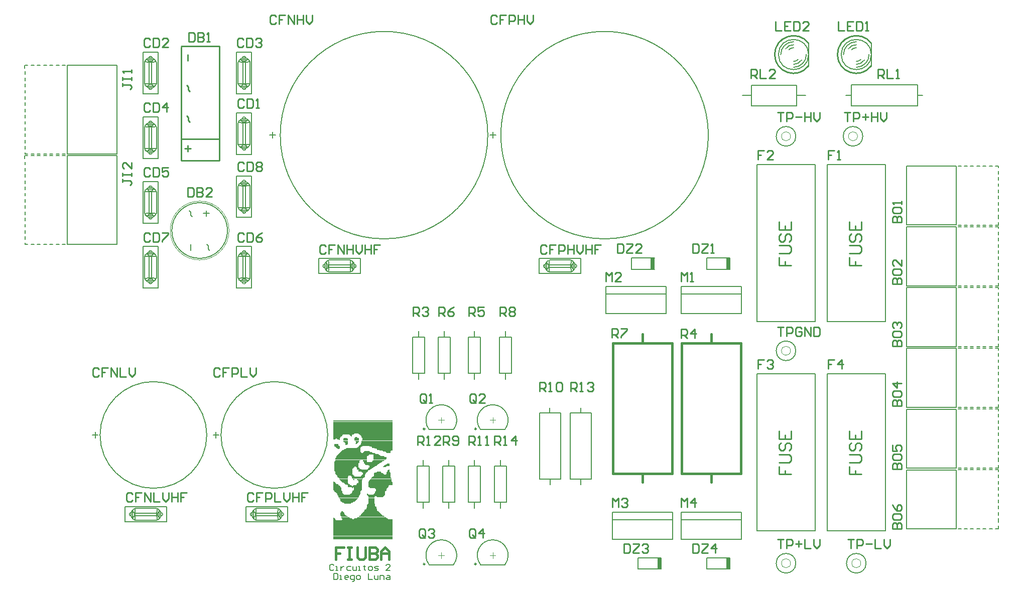
<source format=gto>
G04*
G04 #@! TF.GenerationSoftware,Altium Limited,Altium Designer,18.0.7 (293)*
G04*
G04 Layer_Color=16776960*
%FSLAX25Y25*%
%MOIN*%
G70*
G01*
G75*
%ADD10C,0.00787*%
%ADD11C,0.00984*%
%ADD12C,0.00500*%
%ADD13C,0.01000*%
%ADD14C,0.00800*%
%ADD15C,0.00342*%
%ADD16C,0.01575*%
%ADD17C,0.00591*%
%ADD18R,0.03150X0.07480*%
%ADD19R,0.03150X0.07480*%
%ADD20C,0.00197*%
%ADD21C,0.00394*%
%ADD22C,0.00300*%
D10*
X290862Y21651D02*
G03*
X274729Y21651I-8066J6302D01*
G01*
X256741D02*
G03*
X240608Y21651I-8066J6302D01*
G01*
X256741Y111415D02*
G03*
X240608Y111415I-8066J6302D01*
G01*
X290862D02*
G03*
X274729Y111415I-8066J6302D01*
G01*
X106693Y243701D02*
G03*
X106693Y243701I-18504J0D01*
G01*
X448685Y333365D02*
X454685D01*
X486185Y333665D02*
X489185D01*
X454685Y326665D02*
Y340265D01*
X484685D01*
Y326665D02*
Y340265D01*
X454685Y326665D02*
X484685D01*
X489185Y333665D02*
X490685D01*
X484685D02*
X486185D01*
X520835Y326465D02*
X564835D01*
X520835D02*
Y340465D01*
X564835D01*
Y333565D02*
X568335D01*
X517335Y333365D02*
X520835D01*
X564835Y326465D02*
Y340465D01*
X274729Y21654D02*
X290862D01*
X240608D02*
X256741D01*
X240608Y111417D02*
X256741D01*
X274729D02*
X290862D01*
X402282Y51526D02*
Y56526D01*
X362282Y51526D02*
X402282D01*
X362282D02*
Y56526D01*
X402282D01*
X362282Y38526D02*
Y51526D01*
Y38526D02*
X402282D01*
Y51526D01*
X447951Y201526D02*
Y206526D01*
X407951Y201526D02*
X447951D01*
X407951D02*
Y206526D01*
X447951D01*
X407951Y188526D02*
Y201526D01*
Y188526D02*
X447951D01*
Y201526D01*
X313866Y78472D02*
Y122472D01*
X327866D01*
Y78472D02*
Y122472D01*
X320966Y74972D02*
Y78472D01*
X320766Y122472D02*
Y125972D01*
X313866Y78472D02*
X327866D01*
X253675Y87118D02*
Y91118D01*
Y59118D02*
Y63118D01*
X257675D02*
Y87118D01*
X249675D02*
X257675D01*
X249675Y63118D02*
Y87118D01*
Y63118D02*
X257675D01*
X233596Y172709D02*
Y176709D01*
Y144709D02*
Y148709D01*
X237596D02*
Y172709D01*
X229596D02*
X237596D01*
X229596Y148709D02*
Y172709D01*
Y148709D02*
X237596D01*
X379383Y18701D02*
X394737D01*
X379383Y26181D02*
X394737D01*
X379383Y18701D02*
Y26181D01*
X425052Y217913D02*
X440406D01*
X425052Y225394D02*
X440406D01*
X425052Y217913D02*
Y225394D01*
X270735Y87118D02*
Y91118D01*
Y59118D02*
Y63118D01*
X274735D02*
Y87118D01*
X266735D02*
X274735D01*
X266735Y63118D02*
Y87118D01*
Y63118D02*
X274735D01*
X270735Y172709D02*
Y176709D01*
Y144709D02*
Y148709D01*
X274735D02*
Y172709D01*
X266735D02*
X274735D01*
X266735Y148709D02*
Y172709D01*
Y148709D02*
X274735D01*
X287795Y87118D02*
Y91118D01*
Y59118D02*
Y63118D01*
X291795D02*
Y87118D01*
X283795D02*
X291795D01*
X283795Y63118D02*
Y87118D01*
Y63118D02*
X291795D01*
X291207Y172709D02*
Y176709D01*
Y144709D02*
Y148709D01*
X295207D02*
Y172709D01*
X287207D02*
X295207D01*
X287207Y148709D02*
Y172709D01*
Y148709D02*
X295207D01*
X425052Y18701D02*
X440406D01*
X425052Y26181D02*
X440406D01*
X425052Y18701D02*
Y26181D01*
X374894Y217913D02*
X390249D01*
X374894Y225394D02*
X390249D01*
X374894Y217913D02*
Y225394D01*
X236614Y87118D02*
Y91118D01*
Y59118D02*
Y63118D01*
X240614D02*
Y87118D01*
X232614D02*
X240614D01*
X232614Y63118D02*
Y87118D01*
Y63118D02*
X240614D01*
X250656Y172709D02*
Y176709D01*
Y144709D02*
Y148709D01*
X254656D02*
Y172709D01*
X246656D02*
X254656D01*
X246656Y148709D02*
Y172709D01*
Y148709D02*
X254656D01*
X334339Y78472D02*
Y122472D01*
X348339D01*
Y78472D02*
Y122472D01*
X341439Y74972D02*
Y78472D01*
X341239Y122472D02*
Y125972D01*
X334339Y78472D02*
X348339D01*
X447951Y51526D02*
Y56526D01*
X407951Y51526D02*
X447951D01*
X407951D02*
Y56526D01*
X447951D01*
X407951Y38526D02*
Y51526D01*
Y38526D02*
X447951D01*
Y51526D01*
X397794Y201526D02*
Y206526D01*
X357794Y201526D02*
X397794D01*
X357794D02*
Y206526D01*
X397794D01*
X357794Y188526D02*
Y201526D01*
Y188526D02*
X397794D01*
Y201526D01*
X177264Y15931D02*
Y11995D01*
X179232D01*
X179888Y12651D01*
Y15275D01*
X179232Y15931D01*
X177264D01*
X181200Y11995D02*
X182511D01*
X181855D01*
Y14619D01*
X181200D01*
X186447Y11995D02*
X185135D01*
X184479Y12651D01*
Y13963D01*
X185135Y14619D01*
X186447D01*
X187103Y13963D01*
Y13307D01*
X184479D01*
X189727Y10684D02*
X190383D01*
X191039Y11339D01*
Y14619D01*
X189071D01*
X188415Y13963D01*
Y12651D01*
X189071Y11995D01*
X191039D01*
X193007D02*
X194319D01*
X194975Y12651D01*
Y13963D01*
X194319Y14619D01*
X193007D01*
X192351Y13963D01*
Y12651D01*
X193007Y11995D01*
X200222Y15931D02*
Y11995D01*
X202846D01*
X204158Y14619D02*
Y12651D01*
X204814Y11995D01*
X206782D01*
Y14619D01*
X208094Y11995D02*
Y14619D01*
X210062D01*
X210718Y13963D01*
Y11995D01*
X212685Y14619D02*
X213997D01*
X214653Y13963D01*
Y11995D01*
X212685D01*
X212030Y12651D01*
X212685Y13307D01*
X214653D01*
X177329Y21082D02*
X176673Y21738D01*
X175361D01*
X174705Y21082D01*
Y18459D01*
X175361Y17803D01*
X176673D01*
X177329Y18459D01*
X178640Y17803D02*
X179952D01*
X179296D01*
Y20426D01*
X178640D01*
X181920D02*
Y17803D01*
Y19114D01*
X182576Y19770D01*
X183232Y20426D01*
X183888D01*
X188480D02*
X186512D01*
X185856Y19770D01*
Y18459D01*
X186512Y17803D01*
X188480D01*
X189792Y20426D02*
Y18459D01*
X190448Y17803D01*
X192415D01*
Y20426D01*
X193728Y17803D02*
X195039D01*
X194383D01*
Y20426D01*
X193728D01*
X197663Y21082D02*
Y20426D01*
X197007D01*
X198319D01*
X197663D01*
Y18459D01*
X198319Y17803D01*
X200943D02*
X202255D01*
X202911Y18459D01*
Y19770D01*
X202255Y20426D01*
X200943D01*
X200287Y19770D01*
Y18459D01*
X200943Y17803D01*
X204223D02*
X206191D01*
X206847Y18459D01*
X206191Y19114D01*
X204879D01*
X204223Y19770D01*
X204879Y20426D01*
X206847D01*
X214718Y17803D02*
X212094D01*
X214718Y20426D01*
Y21082D01*
X214062Y21738D01*
X212750D01*
X212094Y21082D01*
X458268Y44291D02*
Y148622D01*
X496850D01*
Y44291D02*
Y148622D01*
X458268Y44291D02*
X496850D01*
X504937Y183189D02*
Y287520D01*
X543520D01*
Y183189D02*
Y287520D01*
X504937Y183189D02*
X543520D01*
X504937Y44291D02*
Y148622D01*
X543520D01*
Y44291D02*
Y148622D01*
X504937Y44291D02*
X543520D01*
X458268Y183189D02*
Y287520D01*
X496850D01*
Y183189D02*
Y287520D01*
X458268Y183189D02*
X496850D01*
D11*
X271870Y22126D02*
G03*
X271870Y22126I-492J0D01*
G01*
X237749D02*
G03*
X237749Y22126I-492J0D01*
G01*
X237749Y111890D02*
G03*
X237749Y111890I-492J0D01*
G01*
X271870D02*
G03*
X271870Y111890I-492J0D01*
G01*
D12*
X425984Y307251D02*
G03*
X425984Y307087I-68897J-165D01*
G01*
X279527Y307251D02*
G03*
X279528Y307087I-68897J-165D01*
G01*
X484059Y22638D02*
G03*
X484059Y22638I-6500J0D01*
G01*
X528547Y306299D02*
G03*
X528547Y306299I-6500J0D01*
G01*
X484059Y163779D02*
G03*
X484059Y163779I-6500J0D01*
G01*
X484059Y306299D02*
G03*
X484059Y306299I-6500J0D01*
G01*
X530728Y22638D02*
G03*
X530728Y22638I-6500J0D01*
G01*
X173228Y107959D02*
G03*
X173228Y107874I-35433J-85D01*
G01*
X92913Y107959D02*
G03*
X92913Y107874I-35433J-85D01*
G01*
X584941Y286535D02*
X590453D01*
X618602Y285453D02*
Y286634D01*
Y281319D02*
Y283287D01*
Y277185D02*
Y279154D01*
Y268917D02*
Y270886D01*
Y273051D02*
Y275020D01*
Y260650D02*
Y262618D01*
Y264783D02*
Y266752D01*
Y256516D02*
Y258484D01*
Y252382D02*
Y254350D01*
Y251594D02*
Y253563D01*
X618701Y247264D02*
Y249331D01*
X616634Y247264D02*
X618701D01*
X591831Y286634D02*
X593799D01*
X595965D02*
X597933D01*
X604232D02*
X606201D01*
X600098D02*
X602067D01*
X612500D02*
X614469D01*
X616634D02*
X618602D01*
X608366D02*
X610335D01*
X608366Y247264D02*
X610335D01*
X612500D02*
X614469D01*
X600098D02*
X602067D01*
X604232D02*
X606201D01*
X595965D02*
X597933D01*
X591831D02*
X593799D01*
X557480Y247362D02*
Y286535D01*
X584941D01*
X557480Y247362D02*
X590453D01*
Y286535D01*
X584941Y246157D02*
X590453D01*
X618602Y245075D02*
Y246256D01*
Y240941D02*
Y242909D01*
Y236807D02*
Y238776D01*
Y228539D02*
Y230508D01*
Y232673D02*
Y234642D01*
Y220272D02*
Y222240D01*
Y224405D02*
Y226374D01*
Y216138D02*
Y218106D01*
Y212004D02*
Y213972D01*
Y211217D02*
Y213185D01*
X618701Y206886D02*
Y208953D01*
X616634Y206886D02*
X618701D01*
X591831Y246256D02*
X593799D01*
X595965D02*
X597933D01*
X604232D02*
X606201D01*
X600098D02*
X602067D01*
X612500D02*
X614469D01*
X616634D02*
X618602D01*
X608366D02*
X610335D01*
X608366Y206886D02*
X610335D01*
X612500D02*
X614469D01*
X600098D02*
X602067D01*
X604232D02*
X606201D01*
X595965D02*
X597933D01*
X591831D02*
X593799D01*
X557480Y206984D02*
Y246157D01*
X584941D01*
X557480Y206984D02*
X590453D01*
Y246157D01*
X584941Y84646D02*
X590453D01*
X618602Y83563D02*
Y84744D01*
Y79429D02*
Y81398D01*
Y75295D02*
Y77264D01*
Y67028D02*
Y68996D01*
Y71161D02*
Y73130D01*
Y58760D02*
Y60728D01*
Y62894D02*
Y64862D01*
Y54626D02*
Y56594D01*
Y50492D02*
Y52461D01*
Y49705D02*
Y51673D01*
X618701Y45374D02*
Y47441D01*
X616634Y45374D02*
X618701D01*
X591831Y84744D02*
X593799D01*
X595965D02*
X597933D01*
X604232D02*
X606201D01*
X600098D02*
X602067D01*
X612500D02*
X614469D01*
X616634D02*
X618602D01*
X608366D02*
X610335D01*
X608366Y45374D02*
X610335D01*
X612500D02*
X614469D01*
X600098D02*
X602067D01*
X604232D02*
X606201D01*
X595965D02*
X597933D01*
X591831D02*
X593799D01*
X557480Y45472D02*
Y84646D01*
X584941D01*
X557480Y45472D02*
X590453D01*
Y84646D01*
X584941Y125024D02*
X590453D01*
X618602Y123941D02*
Y125122D01*
Y119807D02*
Y121776D01*
Y115673D02*
Y117642D01*
Y107405D02*
Y109374D01*
Y111539D02*
Y113508D01*
Y99138D02*
Y101106D01*
Y103272D02*
Y105240D01*
Y95004D02*
Y96972D01*
Y90870D02*
Y92839D01*
Y90083D02*
Y92051D01*
X618701Y85752D02*
Y87819D01*
X616634Y85752D02*
X618701D01*
X591831Y125122D02*
X593799D01*
X595965D02*
X597933D01*
X604232D02*
X606201D01*
X600098D02*
X602067D01*
X612500D02*
X614469D01*
X616634D02*
X618602D01*
X608366D02*
X610335D01*
X608366Y85752D02*
X610335D01*
X612500D02*
X614469D01*
X600098D02*
X602067D01*
X604232D02*
X606201D01*
X595965D02*
X597933D01*
X591831D02*
X593799D01*
X557480Y85850D02*
Y125024D01*
X584941D01*
X557480Y85850D02*
X590453D01*
Y125024D01*
X584941Y205780D02*
X590453D01*
X618602Y204697D02*
Y205878D01*
Y200563D02*
Y202531D01*
Y196429D02*
Y198398D01*
Y188161D02*
Y190130D01*
Y192295D02*
Y194264D01*
Y179894D02*
Y181862D01*
Y184028D02*
Y185996D01*
Y175760D02*
Y177728D01*
Y171626D02*
Y173594D01*
Y170839D02*
Y172807D01*
X618701Y166508D02*
Y168575D01*
X616634Y166508D02*
X618701D01*
X591831Y205878D02*
X593799D01*
X595965D02*
X597933D01*
X604232D02*
X606201D01*
X600098D02*
X602067D01*
X612500D02*
X614469D01*
X616634D02*
X618602D01*
X608366D02*
X610335D01*
X608366Y166508D02*
X610335D01*
X612500D02*
X614469D01*
X600098D02*
X602067D01*
X604232D02*
X606201D01*
X595965D02*
X597933D01*
X591831D02*
X593799D01*
X557480Y166606D02*
Y205780D01*
X584941D01*
X557480Y166606D02*
X590453D01*
Y205780D01*
X584941Y165402D02*
X590453D01*
X618602Y164319D02*
Y165500D01*
Y160185D02*
Y162154D01*
Y156051D02*
Y158020D01*
Y147783D02*
Y149752D01*
Y151917D02*
Y153886D01*
Y139516D02*
Y141484D01*
Y143650D02*
Y145618D01*
Y135382D02*
Y137350D01*
Y131248D02*
Y133217D01*
Y130461D02*
Y132429D01*
X618701Y126130D02*
Y128197D01*
X616634Y126130D02*
X618701D01*
X591831Y165500D02*
X593799D01*
X595965D02*
X597933D01*
X604232D02*
X606201D01*
X600098D02*
X602067D01*
X612500D02*
X614469D01*
X616634D02*
X618602D01*
X608366D02*
X610335D01*
X608366Y126130D02*
X610335D01*
X612500D02*
X614469D01*
X600098D02*
X602067D01*
X604232D02*
X606201D01*
X595965D02*
X597933D01*
X591831D02*
X593799D01*
X557480Y126228D02*
Y165402D01*
X584941D01*
X557480Y126228D02*
X590453D01*
Y165402D01*
X394Y293484D02*
X33268D01*
Y234429D02*
Y293484D01*
X394Y234429D02*
Y293484D01*
Y234429D02*
X33268D01*
X-3051Y293484D02*
X-1083D01*
X-7185D02*
X-5217D01*
X-15453D02*
X-13484D01*
X-11319D02*
X-9350D01*
X-23720D02*
X-21752D01*
X-19587D02*
X-17618D01*
X-19587Y234429D02*
X-17618D01*
X-27854D02*
X-25886D01*
X-23720D02*
X-21752D01*
X-11319D02*
X-9350D01*
X-15453D02*
X-13484D01*
X-7185D02*
X-5217D01*
X-3051D02*
X-1083D01*
X-27854Y293484D02*
X-25886D01*
X-27953Y291417D02*
Y293386D01*
X-27854Y287382D02*
Y289350D01*
Y279114D02*
Y281083D01*
Y283248D02*
Y285217D01*
Y270846D02*
Y272815D01*
Y274980D02*
Y276949D01*
Y266713D02*
Y268681D01*
Y262579D02*
Y264547D01*
Y254311D02*
Y256280D01*
Y258445D02*
Y260413D01*
Y246043D02*
Y248012D01*
Y250177D02*
Y252146D01*
Y241909D02*
Y243878D01*
Y237776D02*
Y239744D01*
Y234429D02*
Y235610D01*
X394Y353543D02*
X33268D01*
Y294488D02*
Y353543D01*
X394Y294488D02*
Y353543D01*
Y294488D02*
X33268D01*
X-3051Y353543D02*
X-1083D01*
X-7185D02*
X-5217D01*
X-15453D02*
X-13484D01*
X-11319D02*
X-9350D01*
X-23720D02*
X-21752D01*
X-19587D02*
X-17618D01*
X-19587Y294488D02*
X-17618D01*
X-27854D02*
X-25886D01*
X-23720D02*
X-21752D01*
X-11319D02*
X-9350D01*
X-15453D02*
X-13484D01*
X-7185D02*
X-5217D01*
X-3051D02*
X-1083D01*
X-27854Y353543D02*
X-25886D01*
X-27953Y351476D02*
Y353445D01*
X-27854Y347441D02*
Y349410D01*
Y339173D02*
Y341142D01*
Y343307D02*
Y345276D01*
Y330906D02*
Y332874D01*
Y335039D02*
Y337008D01*
Y326772D02*
Y328740D01*
Y322638D02*
Y324606D01*
Y314370D02*
Y316339D01*
Y318504D02*
Y320472D01*
Y306102D02*
Y308071D01*
Y310236D02*
Y312205D01*
Y301969D02*
Y303937D01*
Y297835D02*
Y299803D01*
Y294488D02*
Y295669D01*
X112717Y294331D02*
X122717D01*
Y321890D01*
X112717D02*
X122717D01*
X112717Y294331D02*
Y321890D01*
Y362205D02*
X122717D01*
X112717Y334646D02*
Y362205D01*
Y334646D02*
X122717D01*
Y362205D01*
X341339Y215079D02*
Y225079D01*
X313780D02*
X341339D01*
X313780Y215079D02*
Y225079D01*
Y215079D02*
X341339D01*
X167323D02*
Y225079D01*
Y215079D02*
X194882D01*
Y225079D01*
X167323D02*
X194882D01*
X50512Y291601D02*
X60512D01*
Y319160D01*
X50512D02*
X60512D01*
X50512Y291601D02*
Y319160D01*
Y334646D02*
X60512D01*
Y362205D01*
X50512D02*
X60512D01*
X50512Y334646D02*
Y362205D01*
Y248556D02*
X60512D01*
Y276115D01*
X50512D02*
X60512D01*
X50512Y248556D02*
Y276115D01*
Y205512D02*
X60512D01*
Y233071D01*
X50512D02*
X60512D01*
X50512Y205512D02*
Y233071D01*
X146653Y50118D02*
Y60118D01*
X119094D02*
X146653D01*
X119094Y50118D02*
Y60118D01*
Y50118D02*
X146653D01*
X38780D02*
Y60118D01*
Y50118D02*
X66339D01*
Y60118D01*
X38780D02*
X66339D01*
X112717Y252362D02*
X122717D01*
Y279921D01*
X112717D02*
X122717D01*
X112717Y252362D02*
Y279921D01*
Y205512D02*
X122717D01*
Y233071D01*
X112717D02*
X122717D01*
X112717Y205512D02*
Y233071D01*
X458268Y44291D02*
Y148622D01*
Y44291D02*
X496850D01*
X458268Y148622D02*
X496850D01*
Y44291D02*
Y148622D01*
X504937Y183189D02*
Y287520D01*
Y183189D02*
X543520D01*
X504937Y287520D02*
X543520D01*
Y183189D02*
Y287520D01*
X504937Y44291D02*
Y148622D01*
Y44291D02*
X543520D01*
X504937Y148622D02*
X543520D01*
Y44291D02*
Y148622D01*
X458268Y183189D02*
Y287520D01*
Y183189D02*
X496850D01*
X458268Y287520D02*
X496850D01*
Y183189D02*
Y287520D01*
X281004Y307137D02*
X284940D01*
X282972Y309105D02*
Y305169D01*
X134547Y307137D02*
X138483D01*
X136515Y309105D02*
Y305169D01*
X97146Y107924D02*
X101081D01*
X99114Y109892D02*
Y105956D01*
X16831Y107924D02*
X20766D01*
X18799Y109892D02*
Y105956D01*
X114872Y299325D02*
G03*
X116863Y298269I1976J1321D01*
G01*
X118571Y298268D02*
G03*
X120545Y299305I11J2376D01*
G01*
X116862Y317953D02*
G03*
X114888Y316915I-11J-2376D01*
G01*
X120562Y316896D02*
G03*
X118570Y317951I-1976J-1321D01*
G01*
X114034Y315462D02*
G03*
X113768Y315197I87J-354D01*
G01*
X116918Y315272D02*
G03*
X114034Y315462I-4288J-43031D01*
G01*
X116918Y300949D02*
G03*
X114034Y300759I41749J-654584D01*
G01*
X113768Y301024D02*
G03*
X114034Y300759I357J92D01*
G01*
X118516Y315272D02*
G03*
X121399Y315462I-41797J655314D01*
G01*
X121665Y315197D02*
G03*
X121399Y315462I-357J-92D01*
G01*
X121399Y300759D02*
G03*
X121665Y301024I-87J354D01*
G01*
X118516Y300949D02*
G03*
X121399Y300759I4288J43031D01*
G01*
X116918Y300420D02*
G03*
X115656Y299252I3661J-5218D01*
G01*
X113768Y301024D02*
G03*
X115540Y299252I1772J0D01*
G01*
X121665Y315197D02*
G03*
X119894Y316968I-1772J0D01*
G01*
X115540D02*
G03*
X113768Y315197I0J-1772D01*
G01*
X119894Y299252D02*
G03*
X121665Y301024I0J1772D01*
G01*
X116535Y298268D02*
G03*
X118898Y298268I1181J0D01*
G01*
Y317953D02*
G03*
X116535Y317953I-1181J0D01*
G01*
X120562Y357211D02*
G03*
X118570Y358266I-1976J-1321D01*
G01*
X116862Y358268D02*
G03*
X114888Y357230I-11J-2376D01*
G01*
X118571Y338583D02*
G03*
X120545Y339620I11J2376D01*
G01*
X114872Y339640D02*
G03*
X116863Y338584I1976J1321D01*
G01*
X121399Y341073D02*
G03*
X121665Y341339I-87J354D01*
G01*
X118516Y341264D02*
G03*
X121399Y341073I4288J43031D01*
G01*
X118516Y355587D02*
G03*
X121399Y355777I-41749J654584D01*
G01*
X121665Y355512D02*
G03*
X121399Y355777I-357J-92D01*
G01*
X116918Y341264D02*
G03*
X114034Y341073I41797J-655314D01*
G01*
X113768Y341339D02*
G03*
X114034Y341073I357J92D01*
G01*
X114034Y355777D02*
G03*
X113768Y355512I87J-354D01*
G01*
X116918Y355587D02*
G03*
X114034Y355777I-4288J-43031D01*
G01*
X118516Y356115D02*
G03*
X119777Y357283I-3661J5218D01*
G01*
X121665Y355512D02*
G03*
X119894Y357283I-1772J0D01*
G01*
X113768Y341339D02*
G03*
X115540Y339567I1772J0D01*
G01*
X119894D02*
G03*
X121665Y341339I0J1772D01*
G01*
X115540Y357283D02*
G03*
X113768Y355512I0J-1772D01*
G01*
X118898Y358268D02*
G03*
X116535Y358268I-1181J0D01*
G01*
Y338583D02*
G03*
X118898Y338583I1181J0D01*
G01*
X336345Y217234D02*
G03*
X337400Y219226I-1321J1976D01*
G01*
X337402Y220933D02*
G03*
X336364Y222907I-2376J11D01*
G01*
X317717Y219224D02*
G03*
X318754Y217250I2376J-11D01*
G01*
X318773Y222924D02*
G03*
X317718Y220932I1321J-1976D01*
G01*
X320207Y216396D02*
G03*
X320472Y216130I354J87D01*
G01*
X320398Y219280D02*
G03*
X320207Y216396I43031J-4288D01*
G01*
X334720Y219280D02*
G03*
X334911Y216396I654584J41749D01*
G01*
X334646Y216130D02*
G03*
X334911Y216396I-92J357D01*
G01*
X320398Y220878D02*
G03*
X320207Y223761I-655314J-41797D01*
G01*
X320472Y224027D02*
G03*
X320207Y223761I92J-357D01*
G01*
X334911Y223761D02*
G03*
X334646Y224027I-354J-87D01*
G01*
X334720Y220878D02*
G03*
X334911Y223761I-43031J4288D01*
G01*
X335249Y219280D02*
G03*
X336417Y218018I5218J3661D01*
G01*
X334646Y216130D02*
G03*
X336417Y217902I0J1772D01*
G01*
X320472Y224027D02*
G03*
X318701Y222256I0J-1772D01*
G01*
Y217902D02*
G03*
X320472Y216130I1772J0D01*
G01*
X336417Y222256D02*
G03*
X334646Y224027I-1772J0D01*
G01*
X337402Y218898D02*
G03*
X337402Y221260I0J1181D01*
G01*
X317717D02*
G03*
X317717Y218898I0J-1181D01*
G01*
X172317Y222924D02*
G03*
X171261Y220932I1321J-1976D01*
G01*
X171260Y219224D02*
G03*
X172298Y217250I2376J-11D01*
G01*
X190945Y220933D02*
G03*
X189907Y222907I-2376J11D01*
G01*
X189888Y217234D02*
G03*
X190944Y219226I-1321J1976D01*
G01*
X188454Y223761D02*
G03*
X188189Y224027I-354J-87D01*
G01*
X188264Y220878D02*
G03*
X188454Y223761I-43031J4288D01*
G01*
X173941Y220878D02*
G03*
X173751Y223761I-654584J-41749D01*
G01*
X174016Y224027D02*
G03*
X173751Y223761I92J-357D01*
G01*
X188264Y219280D02*
G03*
X188454Y216396I655314J41797D01*
G01*
X188189Y216130D02*
G03*
X188454Y216396I-92J357D01*
G01*
X173751Y216396D02*
G03*
X174016Y216130I354J87D01*
G01*
X173941Y219280D02*
G03*
X173751Y216396I43031J-4288D01*
G01*
X173412Y220878D02*
G03*
X172244Y222139I-5218J-3661D01*
G01*
X174016Y224027D02*
G03*
X172244Y222256I0J-1772D01*
G01*
X188189Y216130D02*
G03*
X189961Y217902I0J1772D01*
G01*
Y222256D02*
G03*
X188189Y224027I-1772J0D01*
G01*
X172244Y217902D02*
G03*
X174016Y216130I1772J0D01*
G01*
X171260Y221260D02*
G03*
X171260Y218898I0J-1181D01*
G01*
X190945D02*
G03*
X190945Y221260I0J1181D01*
G01*
X52667Y296595D02*
G03*
X54659Y295539I1976J1321D01*
G01*
X56366Y295538D02*
G03*
X58340Y296576I11J2376D01*
G01*
X54657Y315223D02*
G03*
X52684Y314186I-11J-2376D01*
G01*
X58357Y314166D02*
G03*
X56365Y315222I-1976J-1321D01*
G01*
X51829Y312732D02*
G03*
X51563Y312467I87J-354D01*
G01*
X54713Y312542D02*
G03*
X51829Y312732I-4288J-43031D01*
G01*
X54713Y298219D02*
G03*
X51829Y298029I41749J-654584D01*
G01*
X51563Y298294D02*
G03*
X51829Y298029I357J92D01*
G01*
X56311Y312542D02*
G03*
X59194Y312732I-41797J655314D01*
G01*
X59460Y312467D02*
G03*
X59194Y312732I-357J-92D01*
G01*
X59194Y298029D02*
G03*
X59460Y298294I-87J354D01*
G01*
X56311Y298219D02*
G03*
X59194Y298029I4288J43031D01*
G01*
X54713Y297691D02*
G03*
X53451Y296522I3661J-5218D01*
G01*
X51563Y298294D02*
G03*
X53335Y296522I1772J0D01*
G01*
X59460Y312467D02*
G03*
X57689Y314239I-1772J0D01*
G01*
X53335D02*
G03*
X51563Y312467I0J-1772D01*
G01*
X57689Y296522D02*
G03*
X59460Y298294I0J1772D01*
G01*
X54331Y295538D02*
G03*
X56693Y295538I1181J0D01*
G01*
Y315223D02*
G03*
X54331Y315223I-1181J0D01*
G01*
X52667Y339640D02*
G03*
X54659Y338584I1976J1321D01*
G01*
X56366Y338583D02*
G03*
X58340Y339620I11J2376D01*
G01*
X54657Y358268D02*
G03*
X52684Y357230I-11J-2376D01*
G01*
X58357Y357211D02*
G03*
X56365Y358266I-1976J-1321D01*
G01*
X51829Y355777D02*
G03*
X51563Y355512I87J-354D01*
G01*
X54713Y355587D02*
G03*
X51829Y355777I-4288J-43031D01*
G01*
X54713Y341264D02*
G03*
X51829Y341073I41749J-654584D01*
G01*
X51563Y341339D02*
G03*
X51829Y341073I357J92D01*
G01*
X56311Y355587D02*
G03*
X59194Y355777I-41797J655314D01*
G01*
X59460Y355512D02*
G03*
X59194Y355777I-357J-92D01*
G01*
X59194Y341073D02*
G03*
X59460Y341339I-87J354D01*
G01*
X56311Y341264D02*
G03*
X59194Y341073I4288J43031D01*
G01*
X54713Y340735D02*
G03*
X53451Y339567I3661J-5218D01*
G01*
X51563Y341339D02*
G03*
X53335Y339567I1772J0D01*
G01*
X59460Y355512D02*
G03*
X57689Y357283I-1772J0D01*
G01*
X53335D02*
G03*
X51563Y355512I0J-1772D01*
G01*
X57689Y339567D02*
G03*
X59460Y341339I0J1772D01*
G01*
X54331Y338583D02*
G03*
X56693Y338583I1181J0D01*
G01*
Y358268D02*
G03*
X54331Y358268I-1181J0D01*
G01*
X52667Y253550D02*
G03*
X54659Y252495I1976J1321D01*
G01*
X56366Y252493D02*
G03*
X58340Y253531I11J2376D01*
G01*
X54657Y272179D02*
G03*
X52684Y271141I-11J-2376D01*
G01*
X58357Y271122D02*
G03*
X56365Y272177I-1976J-1321D01*
G01*
X51829Y269688D02*
G03*
X51563Y269423I87J-354D01*
G01*
X54713Y269497D02*
G03*
X51829Y269688I-4288J-43031D01*
G01*
X54713Y255174D02*
G03*
X51829Y254984I41749J-654584D01*
G01*
X51563Y255249D02*
G03*
X51829Y254984I357J92D01*
G01*
X56311Y269497D02*
G03*
X59194Y269688I-41797J655314D01*
G01*
X59460Y269423D02*
G03*
X59194Y269688I-357J-92D01*
G01*
X59194Y254984D02*
G03*
X59460Y255249I-87J354D01*
G01*
X56311Y255174D02*
G03*
X59194Y254984I4288J43031D01*
G01*
X54713Y254646D02*
G03*
X53451Y253478I3661J-5218D01*
G01*
X51563Y255249D02*
G03*
X53335Y253478I1772J0D01*
G01*
X59460Y269423D02*
G03*
X57689Y271194I-1772J0D01*
G01*
X53335D02*
G03*
X51563Y269423I0J-1772D01*
G01*
X57689Y253478D02*
G03*
X59460Y255249I0J1772D01*
G01*
X54331Y252493D02*
G03*
X56693Y252493I1181J0D01*
G01*
Y272179D02*
G03*
X54331Y272179I-1181J0D01*
G01*
X52667Y210506D02*
G03*
X54659Y209450I1976J1321D01*
G01*
X56366Y209449D02*
G03*
X58340Y210486I11J2376D01*
G01*
X54657Y229134D02*
G03*
X52684Y228096I-11J-2376D01*
G01*
X58357Y228077D02*
G03*
X56365Y229133I-1976J-1321D01*
G01*
X51829Y226643D02*
G03*
X51563Y226378I87J-354D01*
G01*
X54713Y226453D02*
G03*
X51829Y226643I-4288J-43031D01*
G01*
X54713Y212130D02*
G03*
X51829Y211940I41749J-654584D01*
G01*
X51563Y212205D02*
G03*
X51829Y211940I357J92D01*
G01*
X56311Y226453D02*
G03*
X59194Y226643I-41797J655314D01*
G01*
X59460Y226378D02*
G03*
X59194Y226643I-357J-92D01*
G01*
X59194Y211940D02*
G03*
X59460Y212205I-87J354D01*
G01*
X56311Y212130D02*
G03*
X59194Y211940I4288J43031D01*
G01*
X54713Y211601D02*
G03*
X53451Y210433I3661J-5218D01*
G01*
X51563Y212205D02*
G03*
X53335Y210433I1772J0D01*
G01*
X59460Y226378D02*
G03*
X57689Y228150I-1772J0D01*
G01*
X53335D02*
G03*
X51563Y226378I0J-1772D01*
G01*
X57689Y210433D02*
G03*
X59460Y212205I0J1772D01*
G01*
X54331Y209449D02*
G03*
X56693Y209449I1181J0D01*
G01*
Y229134D02*
G03*
X54331Y229134I-1181J0D01*
G01*
X141659Y52273D02*
G03*
X142715Y54265I-1321J1976D01*
G01*
X142716Y55972D02*
G03*
X141679Y57946I-2376J11D01*
G01*
X123031Y54264D02*
G03*
X124069Y52290I2376J-11D01*
G01*
X124088Y57963D02*
G03*
X123033Y55971I1321J-1976D01*
G01*
X125522Y51436D02*
G03*
X125787Y51170I354J87D01*
G01*
X125712Y54319D02*
G03*
X125522Y51436I43031J-4288D01*
G01*
X140035Y54319D02*
G03*
X140226Y51436I654584J41749D01*
G01*
X139961Y51170D02*
G03*
X140226Y51436I-92J357D01*
G01*
X125712Y55917D02*
G03*
X125522Y58801I-655314J-41797D01*
G01*
X125787Y59067D02*
G03*
X125522Y58801I92J-357D01*
G01*
X140226Y58800D02*
G03*
X139961Y59067I-354J-87D01*
G01*
X140035Y55917D02*
G03*
X140226Y58800I-43031J4288D01*
G01*
X140564Y54319D02*
G03*
X141732Y53058I5218J3661D01*
G01*
X139961Y51170D02*
G03*
X141732Y52941I0J1772D01*
G01*
X125787Y59067D02*
G03*
X124016Y57295I0J-1772D01*
G01*
Y52941D02*
G03*
X125787Y51170I1772J0D01*
G01*
X141732Y57295D02*
G03*
X139961Y59067I-1772J0D01*
G01*
X142716Y53937D02*
G03*
X142716Y56299I0J1181D01*
G01*
X123031D02*
G03*
X123031Y53937I0J-1181D01*
G01*
X43773Y57963D02*
G03*
X42718Y55971I1321J-1976D01*
G01*
X42717Y54264D02*
G03*
X43754Y52290I2376J-11D01*
G01*
X62402Y55972D02*
G03*
X61364Y57946I-2376J11D01*
G01*
X61345Y52273D02*
G03*
X62400Y54265I-1321J1976D01*
G01*
X59911Y58800D02*
G03*
X59646Y59067I-354J-87D01*
G01*
X59721Y55917D02*
G03*
X59911Y58800I-43031J4288D01*
G01*
X45398Y55917D02*
G03*
X45207Y58800I-654584J-41749D01*
G01*
X45472Y59067D02*
G03*
X45207Y58800I92J-357D01*
G01*
X59721Y54319D02*
G03*
X59911Y51436I655314J41797D01*
G01*
X59646Y51170D02*
G03*
X59911Y51436I-92J357D01*
G01*
X45207Y51436D02*
G03*
X45472Y51170I354J87D01*
G01*
X45398Y54319D02*
G03*
X45207Y51436I43031J-4288D01*
G01*
X44869Y55917D02*
G03*
X43701Y57178I-5218J-3661D01*
G01*
X45472Y59067D02*
G03*
X43701Y57295I0J-1772D01*
G01*
X59646Y51170D02*
G03*
X61417Y52941I0J1772D01*
G01*
Y57295D02*
G03*
X59646Y59067I-1772J0D01*
G01*
X43701Y52941D02*
G03*
X45472Y51170I1772J0D01*
G01*
X42717Y56299D02*
G03*
X42717Y53937I0J-1181D01*
G01*
X62402D02*
G03*
X62402Y56299I0J1181D01*
G01*
X114872Y257356D02*
G03*
X116863Y256300I1976J1321D01*
G01*
X118571Y256299D02*
G03*
X120545Y257337I11J2376D01*
G01*
X116862Y275984D02*
G03*
X114888Y274947I-11J-2376D01*
G01*
X120562Y274927D02*
G03*
X118570Y275983I-1976J-1321D01*
G01*
X114034Y273493D02*
G03*
X113768Y273228I87J-354D01*
G01*
X116918Y273303D02*
G03*
X114034Y273493I-4288J-43031D01*
G01*
X116918Y258980D02*
G03*
X114034Y258790I41749J-654584D01*
G01*
X113768Y259055D02*
G03*
X114034Y258790I357J92D01*
G01*
X118516Y273303D02*
G03*
X121399Y273493I-41797J655314D01*
G01*
X121665Y273228D02*
G03*
X121399Y273493I-357J-92D01*
G01*
X121399Y258790D02*
G03*
X121665Y259055I-87J354D01*
G01*
X118516Y258980D02*
G03*
X121399Y258790I4288J43031D01*
G01*
X116918Y258452D02*
G03*
X115656Y257283I3661J-5218D01*
G01*
X113768Y259055D02*
G03*
X115540Y257283I1772J0D01*
G01*
X121665Y273228D02*
G03*
X119894Y275000I-1772J0D01*
G01*
X115540D02*
G03*
X113768Y273228I0J-1772D01*
G01*
X119894Y257283D02*
G03*
X121665Y259055I0J1772D01*
G01*
X116535Y256299D02*
G03*
X118898Y256299I1181J0D01*
G01*
Y275984D02*
G03*
X116535Y275984I-1181J0D01*
G01*
X114872Y210506D02*
G03*
X116863Y209450I1976J1321D01*
G01*
X118571Y209449D02*
G03*
X120545Y210486I11J2376D01*
G01*
X116862Y229134D02*
G03*
X114888Y228096I-11J-2376D01*
G01*
X120562Y228077D02*
G03*
X118570Y229133I-1976J-1321D01*
G01*
X114034Y226643D02*
G03*
X113768Y226378I87J-354D01*
G01*
X116918Y226453D02*
G03*
X114034Y226643I-4288J-43031D01*
G01*
X116918Y212130D02*
G03*
X114034Y211940I41749J-654584D01*
G01*
X113768Y212205D02*
G03*
X114034Y211940I357J92D01*
G01*
X118516Y226453D02*
G03*
X121399Y226643I-41797J655314D01*
G01*
X121665Y226378D02*
G03*
X121399Y226643I-357J-92D01*
G01*
X121399Y211940D02*
G03*
X121665Y212205I-87J354D01*
G01*
X118516Y212130D02*
G03*
X121399Y211940I4288J43031D01*
G01*
X116918Y211601D02*
G03*
X115656Y210433I3661J-5218D01*
G01*
X113768Y212205D02*
G03*
X115540Y210433I1772J0D01*
G01*
X121665Y226378D02*
G03*
X119894Y228150I-1772J0D01*
G01*
X115540D02*
G03*
X113768Y226378I0J-1772D01*
G01*
X119894Y210433D02*
G03*
X121665Y212205I0J1772D01*
G01*
X116535Y209449D02*
G03*
X118898Y209449I1181J0D01*
G01*
Y229134D02*
G03*
X116535Y229134I-1181J0D01*
G01*
X120561Y299324D02*
X120579Y299350D01*
X120638Y299431D01*
X114799Y299425D02*
X114867Y299331D01*
X114872Y299325D01*
X114854Y316870D02*
X114871Y316898D01*
X114795Y316790D02*
X114854Y316870D01*
X120566Y316889D02*
X120634Y316796D01*
X120561Y316896D02*
X120566Y316889D01*
X118516Y315800D02*
X118593Y315812D01*
X118685Y315854D01*
X118785Y315928D01*
X118869Y316010D01*
X119090Y316273D01*
X119278Y316514D01*
X119447Y316719D01*
X119594Y316869D01*
X119694Y316943D01*
X119777Y316969D01*
X115656D02*
X115761Y316929D01*
X115900Y316811D01*
X116084Y316602D01*
X116312Y316312D01*
X116430Y316164D01*
X116565Y316009D01*
X116660Y315918D01*
X116780Y315836D01*
X116857Y315807D01*
X116918Y315800D01*
X119729Y299262D02*
X119777Y299252D01*
X119672Y299291D02*
X119729Y299262D01*
X119606Y299341D02*
X119672Y299291D01*
X119533Y299410D02*
X119606Y299341D01*
X119445Y299504D02*
X119533Y299410D01*
X119349Y299618D02*
X119445Y299504D01*
X119241Y299754D02*
X119349Y299618D01*
X119121Y299908D02*
X119241Y299754D01*
X119003Y300056D02*
X119121Y299908D01*
X118868Y300211D02*
X119003Y300056D01*
X118822Y300258D02*
X118868Y300211D01*
X118773Y300303D02*
X118822Y300258D01*
X118717Y300346D02*
X118773Y300303D01*
X118653Y300385D02*
X118717Y300346D01*
X118617Y300401D02*
X118653Y300385D01*
X118576Y300413D02*
X118617Y300401D01*
X118547Y300418D02*
X118576Y300413D01*
X118516Y300420D02*
X118547Y300418D01*
X116863Y298269D02*
X118571Y298268D01*
X116862Y317953D02*
X118570Y317952D01*
X116918Y300420D02*
Y315800D01*
X113768Y301024D02*
Y315197D01*
X121665Y301024D02*
Y315197D01*
X118516Y300420D02*
Y315800D01*
X116918Y315272D02*
X118516D01*
X116918Y300949D02*
X118516D01*
X116918Y300420D02*
X118516D01*
X116918Y315800D02*
X118516D01*
X115540Y316969D02*
X119893D01*
X115540Y299252D02*
X119893D01*
X114854Y357185D02*
X114872Y357212D01*
X114795Y357105D02*
X114854Y357185D01*
X120566Y357204D02*
X120634Y357111D01*
X120561Y357211D02*
X120566Y357204D01*
X120562Y339638D02*
X120579Y339665D01*
X120638Y339745D01*
X114799Y339740D02*
X114867Y339646D01*
X114872Y339640D01*
X116840Y340724D02*
X116918Y340735D01*
X116748Y340682D02*
X116840Y340724D01*
X116648Y340608D02*
X116748Y340682D01*
X116564Y340525D02*
X116648Y340608D01*
X116343Y340263D02*
X116564Y340525D01*
X116155Y340022D02*
X116343Y340263D01*
X115986Y339817D02*
X116155Y340022D01*
X115839Y339666D02*
X115986Y339817D01*
X115739Y339593D02*
X115839Y339666D01*
X115656Y339567D02*
X115739Y339593D01*
X119672Y339606D02*
X119777Y339567D01*
X119533Y339725D02*
X119672Y339606D01*
X119349Y339933D02*
X119533Y339725D01*
X119121Y340223D02*
X119349Y339933D01*
X119003Y340372D02*
X119121Y340223D01*
X118868Y340526D02*
X119003Y340372D01*
X118773Y340618D02*
X118868Y340526D01*
X118653Y340700D02*
X118773Y340618D01*
X118576Y340728D02*
X118653Y340700D01*
X118516Y340735D02*
X118576Y340728D01*
X115656Y357283D02*
X115705Y357274D01*
X115761Y357244D01*
X115827Y357195D01*
X115900Y357126D01*
X115988Y357032D01*
X116084Y356917D01*
X116192Y356781D01*
X116312Y356627D01*
X116430Y356479D01*
X116565Y356324D01*
X116611Y356278D01*
X116660Y356233D01*
X116716Y356189D01*
X116780Y356151D01*
X116816Y356135D01*
X116857Y356122D01*
X116886Y356117D01*
X116918Y356115D01*
X116862Y358268D02*
X118570Y358266D01*
X116863Y338584D02*
X118571Y338583D01*
X118516Y340735D02*
Y356115D01*
X121665Y341339D02*
Y355512D01*
X113768Y341339D02*
Y355512D01*
X116918Y340735D02*
Y356115D01*
Y341264D02*
X118516D01*
X116918Y355587D02*
X118516D01*
X116918Y356115D02*
X118516D01*
X116918Y340735D02*
X118516D01*
X115540Y339567D02*
X119893D01*
X115540Y357283D02*
X119893D01*
X336319Y222941D02*
X336346Y222923D01*
X336239Y223001D02*
X336319Y222941D01*
X336244Y217161D02*
X336338Y217229D01*
X336345Y217234D01*
X318771Y217233D02*
X318799Y217216D01*
X318879Y217157D01*
X318780Y222928D02*
X318874Y222996D01*
X318773Y222924D02*
X318780Y222928D01*
X319858Y220955D02*
X319869Y220878D01*
X319816Y221047D02*
X319858Y220955D01*
X319741Y221147D02*
X319816Y221047D01*
X319659Y221231D02*
X319741Y221147D01*
X319396Y221452D02*
X319659Y221231D01*
X319156Y221640D02*
X319396Y221452D01*
X318951Y221809D02*
X319156Y221640D01*
X318800Y221956D02*
X318951Y221809D01*
X318726Y222057D02*
X318800Y221956D01*
X318701Y222139D02*
X318726Y222057D01*
X318701Y218018D02*
X318740Y218123D01*
X318858Y218263D01*
X319067Y218447D01*
X319357Y218674D01*
X319506Y218792D01*
X319660Y218927D01*
X319751Y219023D01*
X319833Y219142D01*
X319862Y219219D01*
X319869Y219280D01*
X336408Y222091D02*
X336417Y222139D01*
X336378Y222034D02*
X336408Y222091D01*
X336329Y221968D02*
X336378Y222034D01*
X336260Y221895D02*
X336329Y221968D01*
X336166Y221807D02*
X336260Y221895D01*
X336051Y221711D02*
X336166Y221807D01*
X335915Y221603D02*
X336051Y221711D01*
X335761Y221483D02*
X335915Y221603D01*
X335613Y221366D02*
X335761Y221483D01*
X335458Y221230D02*
X335613Y221366D01*
X335412Y221184D02*
X335458Y221230D01*
X335367Y221135D02*
X335412Y221184D01*
X335323Y221079D02*
X335367Y221135D01*
X335285Y221016D02*
X335323Y221079D01*
X335268Y220979D02*
X335285Y221016D01*
X335256Y220939D02*
X335268Y220979D01*
X335251Y220909D02*
X335256Y220939D01*
X335249Y220878D02*
X335251Y220909D01*
X337400Y219226D02*
X337402Y220933D01*
X317717Y219224D02*
X317718Y220932D01*
X319869Y219280D02*
X335249D01*
X320472Y216130D02*
X334646D01*
X320472Y224027D02*
X334646D01*
X319869Y220878D02*
X335249D01*
X320398Y219280D02*
Y220878D01*
X334720Y219280D02*
Y220878D01*
X335249Y219280D02*
Y220878D01*
X319869Y219280D02*
Y220878D01*
X318701Y217902D02*
Y222256D01*
X336417Y217902D02*
Y222256D01*
X172316Y217234D02*
X172342Y217216D01*
X172423Y217157D01*
X172323Y222928D02*
X172417Y222996D01*
X172317Y222924D02*
X172323Y222928D01*
X189862Y222941D02*
X189890Y222924D01*
X189782Y223001D02*
X189862Y222941D01*
X189788Y217161D02*
X189881Y217229D01*
X189888Y217234D01*
X188792Y219280D02*
X188804Y219202D01*
X188846Y219110D01*
X188920Y219011D01*
X189002Y218926D01*
X189265Y218705D01*
X189506Y218517D01*
X189711Y218348D01*
X189861Y218201D01*
X189935Y218101D01*
X189961Y218018D01*
X189922Y222034D02*
X189961Y222139D01*
X189803Y221895D02*
X189922Y222034D01*
X189594Y221711D02*
X189803Y221895D01*
X189305Y221483D02*
X189594Y221711D01*
X189156Y221365D02*
X189305Y221483D01*
X189001Y221230D02*
X189156Y221365D01*
X188910Y221135D02*
X189001Y221230D01*
X188828Y221016D02*
X188910Y221135D01*
X188799Y220939D02*
X188828Y221016D01*
X188792Y220878D02*
X188799Y220939D01*
X172244Y218018D02*
X172254Y218067D01*
X172283Y218123D01*
X172333Y218189D01*
X172402Y218263D01*
X172496Y218350D01*
X172610Y218447D01*
X172746Y218555D01*
X172900Y218674D01*
X173048Y218792D01*
X173203Y218927D01*
X173250Y218973D01*
X173295Y219023D01*
X173338Y219078D01*
X173377Y219142D01*
X173393Y219179D01*
X173405Y219219D01*
X173411Y219249D01*
X173412Y219280D01*
X171260Y219224D02*
X171261Y220932D01*
X190944Y219226D02*
X190945Y220933D01*
X173412Y220878D02*
X188792D01*
X174016Y224027D02*
X188189D01*
X174016Y216130D02*
X188189D01*
X173412Y219280D02*
X188792D01*
X188264D02*
Y220878D01*
X173941Y219280D02*
Y220878D01*
X173412Y219280D02*
Y220878D01*
X188792Y219280D02*
Y220878D01*
X189961Y217902D02*
Y222256D01*
X172244Y217902D02*
Y222256D01*
X58356Y296594D02*
X58375Y296621D01*
X58434Y296701D01*
X52595Y296695D02*
X52662Y296601D01*
X52667Y296595D01*
X52649Y314141D02*
X52666Y314168D01*
X52590Y314060D02*
X52649Y314141D01*
X58361Y314160D02*
X58429Y314066D01*
X58357Y314166D02*
X58361Y314160D01*
X56311Y313071D02*
X56388Y313082D01*
X56480Y313124D01*
X56580Y313198D01*
X56664Y313281D01*
X56886Y313543D01*
X57073Y313784D01*
X57242Y313989D01*
X57389Y314139D01*
X57490Y314213D01*
X57572Y314239D01*
X53451D02*
X53556Y314200D01*
X53696Y314081D01*
X53880Y313872D01*
X54107Y313583D01*
X54225Y313434D01*
X54360Y313279D01*
X54456Y313188D01*
X54575Y313106D01*
X54652Y313078D01*
X54713Y313071D01*
X57524Y296532D02*
X57572Y296522D01*
X57467Y296561D02*
X57524Y296532D01*
X57402Y296611D02*
X57467Y296561D01*
X57328Y296680D02*
X57402Y296611D01*
X57241Y296774D02*
X57328Y296680D01*
X57144Y296889D02*
X57241Y296774D01*
X57036Y297025D02*
X57144Y296889D01*
X56916Y297178D02*
X57036Y297025D01*
X56799Y297326D02*
X56916Y297178D01*
X56663Y297482D02*
X56799Y297326D01*
X56617Y297528D02*
X56663Y297482D01*
X56568Y297573D02*
X56617Y297528D01*
X56512Y297616D02*
X56568Y297573D01*
X56449Y297655D02*
X56512Y297616D01*
X56412Y297671D02*
X56449Y297655D01*
X56372Y297684D02*
X56412Y297671D01*
X56342Y297689D02*
X56372Y297684D01*
X56311Y297691D02*
X56342Y297689D01*
X54659Y295539D02*
X56366Y295538D01*
X54657Y315223D02*
X56365Y315222D01*
X54713Y297691D02*
Y313071D01*
X51563Y298294D02*
Y312467D01*
X59460Y298294D02*
Y312467D01*
X56311Y297691D02*
Y313071D01*
X54713Y312542D02*
X56311D01*
X54713Y298219D02*
X56311D01*
X54713Y297691D02*
X56311D01*
X54713Y313071D02*
X56311D01*
X53335Y314239D02*
X57689D01*
X53335Y296522D02*
X57689D01*
X58356Y339638D02*
X58375Y339665D01*
X58434Y339745D01*
X52595Y339740D02*
X52662Y339646D01*
X52667Y339640D01*
X52649Y357185D02*
X52666Y357213D01*
X52590Y357105D02*
X52649Y357185D01*
X58361Y357204D02*
X58429Y357110D01*
X58357Y357211D02*
X58361Y357204D01*
X56311Y356115D02*
X56388Y356127D01*
X56480Y356168D01*
X56580Y356243D01*
X56664Y356325D01*
X56886Y356588D01*
X57073Y356829D01*
X57242Y357034D01*
X57389Y357184D01*
X57490Y357258D01*
X57572Y357283D01*
X53451D02*
X53556Y357244D01*
X53696Y357126D01*
X53880Y356917D01*
X54107Y356627D01*
X54225Y356478D01*
X54360Y356324D01*
X54456Y356233D01*
X54575Y356151D01*
X54652Y356122D01*
X54713Y356115D01*
X57524Y339577D02*
X57572Y339567D01*
X57467Y339606D02*
X57524Y339577D01*
X57402Y339656D02*
X57467Y339606D01*
X57328Y339725D02*
X57402Y339656D01*
X57241Y339819D02*
X57328Y339725D01*
X57144Y339933D02*
X57241Y339819D01*
X57036Y340069D02*
X57144Y339933D01*
X56916Y340223D02*
X57036Y340069D01*
X56799Y340371D02*
X56916Y340223D01*
X56663Y340526D02*
X56799Y340371D01*
X56617Y340572D02*
X56663Y340526D01*
X56568Y340618D02*
X56617Y340572D01*
X56512Y340661D02*
X56568Y340618D01*
X56449Y340700D02*
X56512Y340661D01*
X56412Y340716D02*
X56449Y340700D01*
X56372Y340728D02*
X56412Y340716D01*
X56342Y340733D02*
X56372Y340728D01*
X56311Y340735D02*
X56342Y340733D01*
X54659Y338584D02*
X56366Y338583D01*
X54657Y358268D02*
X56365Y358266D01*
X54713Y340735D02*
Y356115D01*
X51563Y341339D02*
Y355512D01*
X59460Y341339D02*
Y355512D01*
X56311Y340735D02*
Y356115D01*
X54713Y355587D02*
X56311D01*
X54713Y341264D02*
X56311D01*
X54713Y340735D02*
X56311D01*
X54713Y356115D02*
X56311D01*
X53335Y357283D02*
X57689D01*
X53335Y339567D02*
X57689D01*
X58356Y253549D02*
X58375Y253576D01*
X58434Y253656D01*
X52595Y253651D02*
X52662Y253557D01*
X52667Y253550D01*
X52649Y271096D02*
X52666Y271124D01*
X52590Y271016D02*
X52649Y271096D01*
X58361Y271115D02*
X58429Y271021D01*
X58357Y271122D02*
X58361Y271115D01*
X56311Y270026D02*
X56388Y270037D01*
X56480Y270079D01*
X56580Y270154D01*
X56664Y270236D01*
X56886Y270499D01*
X57073Y270739D01*
X57242Y270944D01*
X57389Y271095D01*
X57490Y271169D01*
X57572Y271194D01*
X53451D02*
X53556Y271155D01*
X53696Y271037D01*
X53880Y270828D01*
X54107Y270538D01*
X54225Y270389D01*
X54360Y270235D01*
X54456Y270144D01*
X54575Y270062D01*
X54652Y270033D01*
X54713Y270026D01*
X57524Y253487D02*
X57572Y253478D01*
X57467Y253517D02*
X57524Y253487D01*
X57402Y253566D02*
X57467Y253517D01*
X57328Y253635D02*
X57402Y253566D01*
X57241Y253729D02*
X57328Y253635D01*
X57144Y253844D02*
X57241Y253729D01*
X57036Y253980D02*
X57144Y253844D01*
X56916Y254134D02*
X57036Y253980D01*
X56799Y254282D02*
X56916Y254134D01*
X56663Y254437D02*
X56799Y254282D01*
X56617Y254483D02*
X56663Y254437D01*
X56568Y254528D02*
X56617Y254483D01*
X56512Y254572D02*
X56568Y254528D01*
X56449Y254610D02*
X56512Y254572D01*
X56412Y254627D02*
X56449Y254610D01*
X56372Y254639D02*
X56412Y254627D01*
X56342Y254644D02*
X56372Y254639D01*
X56311Y254646D02*
X56342Y254644D01*
X54659Y252495D02*
X56366Y252493D01*
X54657Y272178D02*
X56365Y272177D01*
X54713Y254646D02*
Y270026D01*
X51563Y255249D02*
Y269423D01*
X59460Y255249D02*
Y269423D01*
X56311Y254646D02*
Y270026D01*
X54713Y269497D02*
X56311D01*
X54713Y255175D02*
X56311D01*
X54713Y254646D02*
X56311D01*
X54713Y270026D02*
X56311D01*
X53335Y271194D02*
X57689D01*
X53335Y253478D02*
X57689D01*
X58356Y210505D02*
X58375Y210531D01*
X58434Y210612D01*
X52595Y210606D02*
X52662Y210512D01*
X52667Y210506D01*
X52649Y228051D02*
X52666Y228079D01*
X52590Y227971D02*
X52649Y228051D01*
X58361Y228070D02*
X58429Y227977D01*
X58357Y228077D02*
X58361Y228070D01*
X56311Y226981D02*
X56388Y226993D01*
X56480Y227035D01*
X56580Y227109D01*
X56664Y227191D01*
X56886Y227454D01*
X57073Y227695D01*
X57242Y227900D01*
X57389Y228050D01*
X57490Y228124D01*
X57572Y228150D01*
X53451D02*
X53556Y228110D01*
X53696Y227992D01*
X53880Y227783D01*
X54107Y227493D01*
X54225Y227345D01*
X54360Y227190D01*
X54456Y227099D01*
X54575Y227017D01*
X54652Y226988D01*
X54713Y226981D01*
X57524Y210443D02*
X57572Y210433D01*
X57467Y210472D02*
X57524Y210443D01*
X57402Y210522D02*
X57467Y210472D01*
X57328Y210591D02*
X57402Y210522D01*
X57241Y210685D02*
X57328Y210591D01*
X57144Y210799D02*
X57241Y210685D01*
X57036Y210935D02*
X57144Y210799D01*
X56916Y211089D02*
X57036Y210935D01*
X56799Y211237D02*
X56916Y211089D01*
X56663Y211392D02*
X56799Y211237D01*
X56617Y211439D02*
X56663Y211392D01*
X56568Y211484D02*
X56617Y211439D01*
X56512Y211527D02*
X56568Y211484D01*
X56449Y211566D02*
X56512Y211527D01*
X56412Y211582D02*
X56449Y211566D01*
X56372Y211594D02*
X56412Y211582D01*
X56342Y211599D02*
X56372Y211594D01*
X56311Y211601D02*
X56342Y211599D01*
X54659Y209450D02*
X56366Y209449D01*
X54657Y229134D02*
X56365Y229133D01*
X54713Y211601D02*
Y226981D01*
X51563Y212205D02*
Y226378D01*
X59460Y212205D02*
Y226378D01*
X56311Y211601D02*
Y226981D01*
X54713Y226453D02*
X56311D01*
X54713Y212130D02*
X56311D01*
X54713Y211601D02*
X56311D01*
X54713Y226981D02*
X56311D01*
X53335Y228150D02*
X57689D01*
X53335Y210433D02*
X57689D01*
X141634Y57981D02*
X141661Y57963D01*
X141554Y58040D02*
X141634Y57981D01*
X141559Y52201D02*
X141653Y52269D01*
X141660Y52273D01*
X124086Y52272D02*
X124114Y52255D01*
X124194Y52196D01*
X124095Y57967D02*
X124189Y58035D01*
X124088Y57963D02*
X124095Y57967D01*
X125172Y55995D02*
X125184Y55917D01*
X125131Y56087D02*
X125172Y55995D01*
X125056Y56186D02*
X125131Y56087D01*
X124974Y56271D02*
X125056Y56186D01*
X124711Y56492D02*
X124974Y56271D01*
X124471Y56679D02*
X124711Y56492D01*
X124266Y56848D02*
X124471Y56679D01*
X124115Y56995D02*
X124266Y56848D01*
X124041Y57096D02*
X124115Y56995D01*
X124016Y57179D02*
X124041Y57096D01*
X124016Y53058D02*
X124055Y53163D01*
X124173Y53302D01*
X124382Y53486D01*
X124672Y53714D01*
X124821Y53831D01*
X124975Y53967D01*
X125066Y54062D01*
X125148Y54181D01*
X125177Y54258D01*
X125184Y54319D01*
X141722Y57130D02*
X141732Y57179D01*
X141693Y57073D02*
X141722Y57130D01*
X141644Y57008D02*
X141693Y57073D01*
X141575Y56934D02*
X141644Y57008D01*
X141480Y56847D02*
X141575Y56934D01*
X141366Y56750D02*
X141480Y56847D01*
X141230Y56642D02*
X141366Y56750D01*
X141076Y56523D02*
X141230Y56642D01*
X140928Y56405D02*
X141076Y56523D01*
X140773Y56269D02*
X140928Y56405D01*
X140727Y56224D02*
X140773Y56269D01*
X140682Y56174D02*
X140727Y56224D01*
X140638Y56119D02*
X140682Y56174D01*
X140599Y56055D02*
X140638Y56119D01*
X140583Y56018D02*
X140599Y56055D01*
X140571Y55978D02*
X140583Y56018D01*
X140566Y55948D02*
X140571Y55978D01*
X140564Y55917D02*
X140566Y55948D01*
X142715Y54265D02*
X142716Y55972D01*
X123031Y54264D02*
X123033Y55971D01*
X125184Y54319D02*
X140564D01*
X125787Y51170D02*
X139960D01*
X125787Y59067D02*
X139960D01*
X125184Y55917D02*
X140564D01*
X125712Y54319D02*
Y55917D01*
X140035Y54319D02*
Y55917D01*
X140564Y54319D02*
Y55917D01*
X125184Y54319D02*
Y55917D01*
X124016Y52941D02*
Y57295D01*
X141732Y52941D02*
Y57295D01*
X43772Y52274D02*
X43799Y52255D01*
X43879Y52196D01*
X43780Y57967D02*
X43874Y58035D01*
X43773Y57963D02*
X43780Y57967D01*
X61319Y57981D02*
X61347Y57964D01*
X61239Y58040D02*
X61319Y57981D01*
X61244Y52201D02*
X61338Y52269D01*
X61345Y52273D01*
X60249Y54319D02*
X60261Y54241D01*
X60302Y54150D01*
X60377Y54050D01*
X60459Y53966D01*
X60722Y53744D01*
X60962Y53557D01*
X61167Y53388D01*
X61318Y53241D01*
X61392Y53140D01*
X61417Y53058D01*
X61378Y57073D02*
X61417Y57179D01*
X61260Y56934D02*
X61378Y57073D01*
X61051Y56750D02*
X61260Y56934D01*
X60761Y56523D02*
X61051Y56750D01*
X60612Y56405D02*
X60761Y56523D01*
X60458Y56269D02*
X60612Y56405D01*
X60367Y56174D02*
X60458Y56269D01*
X60285Y56055D02*
X60367Y56174D01*
X60256Y55978D02*
X60285Y56055D01*
X60249Y55917D02*
X60256Y55978D01*
X43701Y53058D02*
X43711Y53106D01*
X43740Y53163D01*
X43789Y53228D01*
X43858Y53302D01*
X43953Y53389D01*
X44067Y53486D01*
X44203Y53594D01*
X44357Y53714D01*
X44505Y53831D01*
X44660Y53967D01*
X44706Y54012D01*
X44751Y54062D01*
X44795Y54118D01*
X44834Y54181D01*
X44850Y54218D01*
X44862Y54258D01*
X44867Y54288D01*
X44869Y54319D01*
X42717Y54264D02*
X42718Y55971D01*
X62400Y54265D02*
X62402Y55972D01*
X44869Y55917D02*
X60249D01*
X45473Y59067D02*
X59646D01*
X45473Y51170D02*
X59646D01*
X44869Y54319D02*
X60249D01*
X59721D02*
Y55917D01*
X45398Y54319D02*
Y55917D01*
X44869Y54319D02*
Y55917D01*
X60249Y54319D02*
Y55917D01*
X61417Y52941D02*
Y57295D01*
X43701Y52941D02*
Y57295D01*
X120561Y257355D02*
X120579Y257382D01*
X120638Y257462D01*
X114799Y257456D02*
X114867Y257363D01*
X114872Y257356D01*
X114854Y274902D02*
X114871Y274929D01*
X114795Y274821D02*
X114854Y274902D01*
X120566Y274921D02*
X120634Y274827D01*
X120561Y274927D02*
X120566Y274921D01*
X118516Y273832D02*
X118593Y273843D01*
X118685Y273885D01*
X118785Y273959D01*
X118869Y274042D01*
X119090Y274304D01*
X119278Y274545D01*
X119447Y274750D01*
X119594Y274901D01*
X119694Y274974D01*
X119777Y275000D01*
X115656D02*
X115761Y274961D01*
X115900Y274842D01*
X116084Y274634D01*
X116312Y274344D01*
X116430Y274195D01*
X116565Y274041D01*
X116660Y273949D01*
X116780Y273867D01*
X116857Y273839D01*
X116918Y273832D01*
X119729Y257293D02*
X119777Y257283D01*
X119672Y257323D02*
X119729Y257293D01*
X119606Y257372D02*
X119672Y257323D01*
X119533Y257441D02*
X119606Y257372D01*
X119445Y257535D02*
X119533Y257441D01*
X119349Y257650D02*
X119445Y257535D01*
X119241Y257786D02*
X119349Y257650D01*
X119121Y257940D02*
X119241Y257786D01*
X119003Y258088D02*
X119121Y257940D01*
X118868Y258243D02*
X119003Y258088D01*
X118822Y258289D02*
X118868Y258243D01*
X118773Y258334D02*
X118822Y258289D01*
X118717Y258377D02*
X118773Y258334D01*
X118653Y258416D02*
X118717Y258377D01*
X118617Y258432D02*
X118653Y258416D01*
X118576Y258445D02*
X118617Y258432D01*
X118547Y258450D02*
X118576Y258445D01*
X118516Y258452D02*
X118547Y258450D01*
X116863Y256300D02*
X118571Y256299D01*
X116862Y275984D02*
X118570Y275983D01*
X116918Y258452D02*
Y273832D01*
X113768Y259055D02*
Y273228D01*
X121665Y259055D02*
Y273228D01*
X118516Y258452D02*
Y273832D01*
X116918Y273303D02*
X118516D01*
X116918Y258980D02*
X118516D01*
X116918Y258452D02*
X118516D01*
X116918Y273832D02*
X118516D01*
X115540Y275000D02*
X119893D01*
X115540Y257283D02*
X119893D01*
X120561Y210505D02*
X120579Y210531D01*
X120638Y210612D01*
X114799Y210606D02*
X114867Y210512D01*
X114872Y210506D01*
X114854Y228051D02*
X114871Y228079D01*
X114795Y227971D02*
X114854Y228051D01*
X120566Y228070D02*
X120634Y227977D01*
X120561Y228077D02*
X120566Y228070D01*
X118516Y226981D02*
X118593Y226993D01*
X118685Y227035D01*
X118785Y227109D01*
X118869Y227191D01*
X119090Y227454D01*
X119278Y227695D01*
X119447Y227900D01*
X119594Y228050D01*
X119694Y228124D01*
X119777Y228150D01*
X115656D02*
X115761Y228110D01*
X115900Y227992D01*
X116084Y227783D01*
X116312Y227493D01*
X116430Y227345D01*
X116565Y227190D01*
X116660Y227099D01*
X116780Y227017D01*
X116857Y226988D01*
X116918Y226981D01*
X119729Y210443D02*
X119777Y210433D01*
X119672Y210472D02*
X119729Y210443D01*
X119606Y210522D02*
X119672Y210472D01*
X119533Y210591D02*
X119606Y210522D01*
X119445Y210685D02*
X119533Y210591D01*
X119349Y210799D02*
X119445Y210685D01*
X119241Y210935D02*
X119349Y210799D01*
X119121Y211089D02*
X119241Y210935D01*
X119003Y211237D02*
X119121Y211089D01*
X118868Y211392D02*
X119003Y211237D01*
X118822Y211439D02*
X118868Y211392D01*
X118773Y211484D02*
X118822Y211439D01*
X118717Y211527D02*
X118773Y211484D01*
X118653Y211566D02*
X118717Y211527D01*
X118617Y211582D02*
X118653Y211566D01*
X118576Y211594D02*
X118617Y211582D01*
X118547Y211599D02*
X118576Y211594D01*
X118516Y211601D02*
X118547Y211599D01*
X116863Y209450D02*
X118571Y209449D01*
X116862Y229134D02*
X118570Y229133D01*
X116918Y211601D02*
Y226981D01*
X113768Y212205D02*
Y226378D01*
X121665Y212205D02*
Y226378D01*
X118516Y211601D02*
Y226981D01*
X116918Y226453D02*
X118516D01*
X116918Y212130D02*
X118516D01*
X116918Y211601D02*
X118516D01*
X116918Y226981D02*
X118516D01*
X115540Y228150D02*
X119893D01*
X115540Y210433D02*
X119893D01*
D13*
X492559Y368130D02*
G03*
X492559Y353130I-10000J-7500D01*
G01*
X534228Y368130D02*
G03*
X534228Y353130I-10000J-7500D01*
G01*
X75820Y366068D02*
X101220D01*
X75820Y290168D02*
X101220D01*
Y366068D01*
X75820Y290168D02*
Y365668D01*
X76620Y304368D02*
X101120D01*
X80421Y296168D02*
Y300166D01*
X78421Y298167D02*
X82420D01*
X80421Y356368D02*
Y360366D01*
X81521Y315968D02*
X80522Y316967D01*
Y318967D01*
X79522Y319966D01*
X81521Y336268D02*
X80522Y337267D01*
Y339267D01*
X79522Y340266D01*
X473034Y86941D02*
Y81693D01*
X476970D01*
Y84317D01*
Y81693D01*
X480905D01*
X473034Y89564D02*
X479594D01*
X480905Y90876D01*
Y93500D01*
X479594Y94812D01*
X473034D01*
X474346Y102683D02*
X473034Y101372D01*
Y98748D01*
X474346Y97436D01*
X475658D01*
X476970Y98748D01*
Y101372D01*
X478282Y102683D01*
X479594D01*
X480905Y101372D01*
Y98748D01*
X479594Y97436D01*
X473034Y110555D02*
Y105307D01*
X480905D01*
Y110555D01*
X476970Y105307D02*
Y107931D01*
X519703Y225838D02*
Y220590D01*
X523639D01*
Y223214D01*
Y220590D01*
X527575D01*
X519703Y228462D02*
X526263D01*
X527575Y229774D01*
Y232398D01*
X526263Y233710D01*
X519703D01*
X521015Y241581D02*
X519703Y240269D01*
Y237645D01*
X521015Y236333D01*
X522327D01*
X523639Y237645D01*
Y240269D01*
X524951Y241581D01*
X526263D01*
X527575Y240269D01*
Y237645D01*
X526263Y236333D01*
X519703Y249453D02*
Y244205D01*
X527575D01*
Y249453D01*
X523639Y244205D02*
Y246829D01*
X519703Y86941D02*
Y81693D01*
X523639D01*
Y84317D01*
Y81693D01*
X527575D01*
X519703Y89564D02*
X526263D01*
X527575Y90876D01*
Y93500D01*
X526263Y94812D01*
X519703D01*
X521015Y102683D02*
X519703Y101372D01*
Y98748D01*
X521015Y97436D01*
X522327D01*
X523639Y98748D01*
Y101372D01*
X524951Y102683D01*
X526263D01*
X527575Y101372D01*
Y98748D01*
X526263Y97436D01*
X519703Y110555D02*
Y105307D01*
X527575D01*
Y110555D01*
X523639Y105307D02*
Y107931D01*
X473034Y225838D02*
Y220590D01*
X476970D01*
Y223214D01*
Y220590D01*
X480905D01*
X473034Y228462D02*
X479594D01*
X480905Y229774D01*
Y232398D01*
X479594Y233710D01*
X473034D01*
X474346Y241581D02*
X473034Y240269D01*
Y237645D01*
X474346Y236333D01*
X475658D01*
X476970Y237645D01*
Y240269D01*
X478282Y241581D01*
X479594D01*
X480905Y240269D01*
Y237645D01*
X479594Y236333D01*
X473034Y249453D02*
Y244205D01*
X480905D01*
Y249453D01*
X476970Y244205D02*
Y246829D01*
X471809Y179528D02*
X475808D01*
X473808D01*
Y173530D01*
X477807D02*
Y179528D01*
X480806D01*
X481806Y178528D01*
Y176529D01*
X480806Y175529D01*
X477807D01*
X487804Y178528D02*
X486804Y179528D01*
X484805D01*
X483805Y178528D01*
Y174529D01*
X484805Y173530D01*
X486804D01*
X487804Y174529D01*
Y176529D01*
X485805D01*
X489803Y173530D02*
Y179528D01*
X493802Y173530D01*
Y179528D01*
X495801D02*
Y173530D01*
X498800D01*
X499800Y174529D01*
Y178528D01*
X498800Y179528D01*
X495801D01*
X518478Y38386D02*
X522477D01*
X520478D01*
Y32388D01*
X524476D02*
Y38386D01*
X527475D01*
X528475Y37386D01*
Y35387D01*
X527475Y34387D01*
X524476D01*
X530474Y35387D02*
X534473D01*
X536473Y38386D02*
Y32388D01*
X540471D01*
X542471Y38386D02*
Y34387D01*
X544470Y32388D01*
X546469Y34387D01*
Y38386D01*
X471809Y322047D02*
X475808D01*
X473808D01*
Y316049D01*
X477807D02*
Y322047D01*
X480806D01*
X481806Y321048D01*
Y319048D01*
X480806Y318049D01*
X477807D01*
X483805Y319048D02*
X487804D01*
X489803Y322047D02*
Y316049D01*
Y319048D01*
X493802D01*
Y322047D01*
Y316049D01*
X495801Y322047D02*
Y318049D01*
X497801Y316049D01*
X499800Y318049D01*
Y322047D01*
X471809Y38386D02*
X475808D01*
X473808D01*
Y32388D01*
X477807D02*
Y38386D01*
X480806D01*
X481806Y37386D01*
Y35387D01*
X480806Y34387D01*
X477807D01*
X483805Y35387D02*
X487804D01*
X485805Y37386D02*
Y33388D01*
X489803Y38386D02*
Y32388D01*
X493802D01*
X495801Y38386D02*
Y34387D01*
X497801Y32388D01*
X499800Y34387D01*
Y38386D01*
X516297Y322047D02*
X520296D01*
X518297D01*
Y316049D01*
X522295D02*
Y322047D01*
X525294D01*
X526294Y321048D01*
Y319048D01*
X525294Y318049D01*
X522295D01*
X528293Y319048D02*
X532292D01*
X530293Y321048D02*
Y317049D01*
X534291Y322047D02*
Y316049D01*
Y319048D01*
X538290D01*
Y322047D01*
Y316049D01*
X540289Y322047D02*
Y318049D01*
X542289Y316049D01*
X544288Y318049D01*
Y322047D01*
X454331Y344882D02*
Y350880D01*
X457330D01*
X458329Y349880D01*
Y347881D01*
X457330Y346881D01*
X454331D01*
X456330D02*
X458329Y344882D01*
X460329Y350880D02*
Y344882D01*
X464327D01*
X470326D02*
X466327D01*
X470326Y348881D01*
Y349880D01*
X469326Y350880D01*
X467326D01*
X466327Y349880D01*
X538583Y344882D02*
Y350880D01*
X541582D01*
X542581Y349880D01*
Y347881D01*
X541582Y346881D01*
X538583D01*
X540582D02*
X542581Y344882D01*
X544581Y350880D02*
Y344882D01*
X548579D01*
X550579D02*
X552578D01*
X551579D01*
Y350880D01*
X550579Y349880D01*
X284026Y101277D02*
Y107275D01*
X287025D01*
X288025Y106276D01*
Y104276D01*
X287025Y103277D01*
X284026D01*
X286025D02*
X288025Y101277D01*
X290024D02*
X292023D01*
X291024D01*
Y107275D01*
X290024Y106276D01*
X298021Y101277D02*
Y107275D01*
X295022Y104276D01*
X299021D01*
X334489Y136822D02*
Y142821D01*
X337488D01*
X338487Y141821D01*
Y139822D01*
X337488Y138822D01*
X334489D01*
X336488D02*
X338487Y136822D01*
X340487D02*
X342486D01*
X341486D01*
Y142821D01*
X340487Y141821D01*
X345485D02*
X346485Y142821D01*
X348484D01*
X349484Y141821D01*
Y140821D01*
X348484Y139822D01*
X347484D01*
X348484D01*
X349484Y138822D01*
Y137822D01*
X348484Y136822D01*
X346485D01*
X345485Y137822D01*
X232864Y101268D02*
Y107266D01*
X235863D01*
X236863Y106266D01*
Y104267D01*
X235863Y103268D01*
X232864D01*
X234863D02*
X236863Y101268D01*
X238862D02*
X240862D01*
X239862D01*
Y107266D01*
X238862Y106266D01*
X247859Y101268D02*
X243861D01*
X247859Y105267D01*
Y106266D01*
X246860Y107266D01*
X244860D01*
X243861Y106266D01*
X266985Y101268D02*
Y107266D01*
X269984D01*
X270984Y106266D01*
Y104267D01*
X269984Y103268D01*
X266985D01*
X268984D02*
X270984Y101268D01*
X272983D02*
X274982D01*
X273983D01*
Y107266D01*
X272983Y106266D01*
X277981Y101268D02*
X279981D01*
X278981D01*
Y107266D01*
X277981Y106266D01*
X314016Y136822D02*
Y142821D01*
X317015D01*
X318015Y141821D01*
Y139822D01*
X317015Y138822D01*
X314016D01*
X316016D02*
X318015Y136822D01*
X320014D02*
X322014D01*
X321014D01*
Y142821D01*
X320014Y141821D01*
X325013D02*
X326012Y142821D01*
X328012D01*
X329011Y141821D01*
Y137822D01*
X328012Y136822D01*
X326012D01*
X325013Y137822D01*
Y141821D01*
X249924Y101268D02*
Y107266D01*
X252924D01*
X253923Y106266D01*
Y104267D01*
X252924Y103268D01*
X249924D01*
X251924D02*
X253923Y101268D01*
X255923Y102268D02*
X256922Y101268D01*
X258922D01*
X259921Y102268D01*
Y106266D01*
X258922Y107266D01*
X256922D01*
X255923Y106266D01*
Y105267D01*
X256922Y104267D01*
X259921D01*
X287457Y186859D02*
Y192857D01*
X290456D01*
X291456Y191857D01*
Y189858D01*
X290456Y188858D01*
X287457D01*
X289457D02*
X291456Y186859D01*
X293455Y191857D02*
X294455Y192857D01*
X296454D01*
X297454Y191857D01*
Y190857D01*
X296454Y189858D01*
X297454Y188858D01*
Y187858D01*
X296454Y186859D01*
X294455D01*
X293455Y187858D01*
Y188858D01*
X294455Y189858D01*
X293455Y190857D01*
Y191857D01*
X294455Y189858D02*
X296454D01*
X361811Y172441D02*
Y178439D01*
X364810D01*
X365810Y177439D01*
Y175440D01*
X364810Y174440D01*
X361811D01*
X363810D02*
X365810Y172441D01*
X367809Y178439D02*
X371808D01*
Y177439D01*
X367809Y173441D01*
Y172441D01*
X246906Y186859D02*
Y192857D01*
X249905D01*
X250905Y191857D01*
Y189858D01*
X249905Y188858D01*
X246906D01*
X248905D02*
X250905Y186859D01*
X256903Y192857D02*
X254904Y191857D01*
X252904Y189858D01*
Y187858D01*
X253904Y186859D01*
X255903D01*
X256903Y187858D01*
Y188858D01*
X255903Y189858D01*
X252904D01*
X266985Y186859D02*
Y192857D01*
X269984D01*
X270984Y191857D01*
Y189858D01*
X269984Y188858D01*
X266985D01*
X268984D02*
X270984Y186859D01*
X276982Y192857D02*
X272983D01*
Y189858D01*
X274982Y190857D01*
X275982D01*
X276982Y189858D01*
Y187858D01*
X275982Y186859D01*
X273983D01*
X272983Y187858D01*
X407874Y172047D02*
Y178045D01*
X410873D01*
X411873Y177046D01*
Y175046D01*
X410873Y174047D01*
X407874D01*
X409873D02*
X411873Y172047D01*
X416871D02*
Y178045D01*
X413872Y175046D01*
X417871D01*
X229846Y186859D02*
Y192857D01*
X232845D01*
X233844Y191857D01*
Y189858D01*
X232845Y188858D01*
X229846D01*
X231845D02*
X233844Y186859D01*
X235844Y191857D02*
X236844Y192857D01*
X238843D01*
X239843Y191857D01*
Y190857D01*
X238843Y189858D01*
X237843D01*
X238843D01*
X239843Y188858D01*
Y187858D01*
X238843Y186859D01*
X236844D01*
X235844Y187858D01*
X271322Y40370D02*
Y44368D01*
X270322Y45368D01*
X268322D01*
X267323Y44368D01*
Y40370D01*
X268322Y39370D01*
X270322D01*
X269322Y41369D02*
X271322Y39370D01*
X270322D02*
X271322Y40370D01*
X276320Y39370D02*
Y45368D01*
X273321Y42369D01*
X277320D01*
X237857Y40370D02*
Y44368D01*
X236857Y45368D01*
X234858D01*
X233858Y44368D01*
Y40370D01*
X234858Y39370D01*
X236857D01*
X235858Y41369D02*
X237857Y39370D01*
X236857D02*
X237857Y40370D01*
X239856Y44368D02*
X240856Y45368D01*
X242855D01*
X243855Y44368D01*
Y43369D01*
X242855Y42369D01*
X241856D01*
X242855D01*
X243855Y41369D01*
Y40370D01*
X242855Y39370D01*
X240856D01*
X239856Y40370D01*
X271715Y130133D02*
Y134132D01*
X270716Y135132D01*
X268716D01*
X267717Y134132D01*
Y130133D01*
X268716Y129134D01*
X270716D01*
X269716Y131133D02*
X271715Y129134D01*
X270716D02*
X271715Y130133D01*
X277713Y129134D02*
X273715D01*
X277713Y133133D01*
Y134132D01*
X276714Y135132D01*
X274714D01*
X273715Y134132D01*
X238644Y130133D02*
Y134132D01*
X237645Y135132D01*
X235645D01*
X234646Y134132D01*
Y130133D01*
X235645Y129134D01*
X237645D01*
X236645Y131133D02*
X238644Y129134D01*
X237645D02*
X238644Y130133D01*
X240644Y129134D02*
X242643D01*
X241643D01*
Y135132D01*
X240644Y134132D01*
X407995Y59918D02*
Y65916D01*
X409994Y63917D01*
X411993Y65916D01*
Y59918D01*
X416992D02*
Y65916D01*
X413993Y62917D01*
X417991D01*
X362277Y59909D02*
Y65907D01*
X364277Y63907D01*
X366276Y65907D01*
Y59909D01*
X368275Y64907D02*
X369275Y65907D01*
X371274D01*
X372274Y64907D01*
Y63907D01*
X371274Y62908D01*
X370274D01*
X371274D01*
X372274Y61908D01*
Y60908D01*
X371274Y59909D01*
X369275D01*
X368275Y60908D01*
X357804Y209942D02*
Y215940D01*
X359803Y213941D01*
X361803Y215940D01*
Y209942D01*
X367801D02*
X363802D01*
X367801Y213941D01*
Y214940D01*
X366801Y215940D01*
X364802D01*
X363802Y214940D01*
X407905Y209953D02*
Y215952D01*
X409905Y213952D01*
X411904Y215952D01*
Y209953D01*
X413904D02*
X415903D01*
X414903D01*
Y215952D01*
X413904Y214952D01*
X470609Y382678D02*
Y376680D01*
X474608D01*
X480606Y382678D02*
X476607D01*
Y376680D01*
X480606D01*
X476607Y379679D02*
X478607D01*
X482605Y382678D02*
Y376680D01*
X485604D01*
X486604Y377680D01*
Y381678D01*
X485604Y382678D01*
X482605D01*
X492602Y376680D02*
X488603D01*
X492602Y380679D01*
Y381678D01*
X491602Y382678D01*
X489603D01*
X488603Y381678D01*
X512278Y382678D02*
Y376680D01*
X516277D01*
X522275Y382678D02*
X518276D01*
Y376680D01*
X522275D01*
X518276Y379679D02*
X520276D01*
X524274Y382678D02*
Y376680D01*
X527274D01*
X528273Y377680D01*
Y381678D01*
X527274Y382678D01*
X524274D01*
X530272Y376680D02*
X532272D01*
X531272D01*
Y382678D01*
X530272Y381678D01*
X36915Y278014D02*
Y276015D01*
Y277015D01*
X41914D01*
X42913Y276015D01*
Y275015D01*
X41914Y274016D01*
X36915Y280014D02*
Y282013D01*
Y281013D01*
X42913D01*
Y280014D01*
Y282013D01*
Y289011D02*
Y285012D01*
X38915Y289011D01*
X37915D01*
X36915Y288011D01*
Y286012D01*
X37915Y285012D01*
X36915Y341400D02*
Y339401D01*
Y340401D01*
X41914D01*
X42913Y339401D01*
Y338401D01*
X41914Y337402D01*
X36915Y343400D02*
Y345399D01*
Y344399D01*
X42913D01*
Y343400D01*
Y345399D01*
Y348398D02*
Y350397D01*
Y349398D01*
X36915D01*
X37915Y348398D01*
X509577Y158005D02*
X505578D01*
Y155006D01*
X507578D01*
X505578D01*
Y152007D01*
X514575D02*
Y158005D01*
X511576Y155006D01*
X515575D01*
X462855Y158005D02*
X458857D01*
Y155006D01*
X460856D01*
X458857D01*
Y152007D01*
X464855Y157006D02*
X465854Y158005D01*
X467854D01*
X468853Y157006D01*
Y156006D01*
X467854Y155006D01*
X466854D01*
X467854D01*
X468853Y154006D01*
Y153007D01*
X467854Y152007D01*
X465854D01*
X464855Y153007D01*
X462908Y296902D02*
X458909D01*
Y293903D01*
X460908D01*
X458909D01*
Y290904D01*
X468906D02*
X464907D01*
X468906Y294903D01*
Y295903D01*
X467906Y296902D01*
X465907D01*
X464907Y295903D01*
X509548Y296903D02*
X505550D01*
Y293904D01*
X507549D01*
X505550D01*
Y290905D01*
X511548D02*
X513547D01*
X512547D01*
Y296903D01*
X511548Y295903D01*
X415552Y35575D02*
Y29577D01*
X418551D01*
X419551Y30577D01*
Y34576D01*
X418551Y35575D01*
X415552D01*
X421550D02*
X425549D01*
Y34576D01*
X421550Y30577D01*
Y29577D01*
X425549D01*
X430547D02*
Y35575D01*
X427548Y32576D01*
X431547D01*
X369907Y35608D02*
Y29610D01*
X372906D01*
X373906Y30610D01*
Y34609D01*
X372906Y35608D01*
X369907D01*
X375905D02*
X379904D01*
Y34609D01*
X375905Y30610D01*
Y29610D01*
X379904D01*
X381903Y34609D02*
X382903Y35608D01*
X384902D01*
X385902Y34609D01*
Y33609D01*
X384902Y32609D01*
X383903D01*
X384902D01*
X385902Y31610D01*
Y30610D01*
X384902Y29610D01*
X382903D01*
X381903Y30610D01*
X365461Y234749D02*
Y228750D01*
X368460D01*
X369459Y229750D01*
Y233749D01*
X368460Y234749D01*
X365461D01*
X371459D02*
X375457D01*
Y233749D01*
X371459Y229750D01*
Y228750D01*
X375457D01*
X381455D02*
X377457D01*
X381455Y232749D01*
Y233749D01*
X380456Y234749D01*
X378456D01*
X377457Y233749D01*
X415618Y234792D02*
Y228794D01*
X418617D01*
X419617Y229793D01*
Y233792D01*
X418617Y234792D01*
X415618D01*
X421616D02*
X425615D01*
Y233792D01*
X421616Y229793D01*
Y228794D01*
X425615D01*
X427614D02*
X429614D01*
X428614D01*
Y234792D01*
X427614Y233792D01*
X80315Y272140D02*
Y266142D01*
X83314D01*
X84314Y267141D01*
Y271140D01*
X83314Y272140D01*
X80315D01*
X86313D02*
Y266142D01*
X89312D01*
X90312Y267141D01*
Y268141D01*
X89312Y269141D01*
X86313D01*
X89312D01*
X90312Y270140D01*
Y271140D01*
X89312Y272140D01*
X86313D01*
X96310Y266142D02*
X92311D01*
X96310Y270140D01*
Y271140D01*
X95310Y272140D01*
X93311D01*
X92311Y271140D01*
X81102Y375289D02*
Y369291D01*
X84101D01*
X85101Y370291D01*
Y374290D01*
X84101Y375289D01*
X81102D01*
X87100D02*
Y369291D01*
X90100D01*
X91099Y370291D01*
Y371291D01*
X90100Y372290D01*
X87100D01*
X90100D01*
X91099Y373290D01*
Y374290D01*
X90100Y375289D01*
X87100D01*
X93098Y369291D02*
X95098D01*
X94098D01*
Y375289D01*
X93098Y374290D01*
X101599Y151598D02*
X100599Y152598D01*
X98600D01*
X97600Y151598D01*
Y147600D01*
X98600Y146600D01*
X100599D01*
X101599Y147600D01*
X107597Y152598D02*
X103598D01*
Y149599D01*
X105597D01*
X103598D01*
Y146600D01*
X109596D02*
Y152598D01*
X112595D01*
X113595Y151598D01*
Y149599D01*
X112595Y148599D01*
X109596D01*
X115594Y152598D02*
Y146600D01*
X119593D01*
X121592Y152598D02*
Y148599D01*
X123592Y146600D01*
X125591Y148599D01*
Y152598D01*
X123856Y68413D02*
X122856Y69412D01*
X120857D01*
X119857Y68413D01*
Y64414D01*
X120857Y63414D01*
X122856D01*
X123856Y64414D01*
X129854Y69412D02*
X125855D01*
Y66413D01*
X127855D01*
X125855D01*
Y63414D01*
X131853D02*
Y69412D01*
X134853D01*
X135852Y68413D01*
Y66413D01*
X134853Y65413D01*
X131853D01*
X137852Y69412D02*
Y63414D01*
X141850D01*
X143850Y69412D02*
Y65413D01*
X145849Y63414D01*
X147848Y65413D01*
Y69412D01*
X149848D02*
Y63414D01*
Y66413D01*
X153846D01*
Y69412D01*
Y63414D01*
X159844Y69412D02*
X155846D01*
Y66413D01*
X157845D01*
X155846D01*
Y63414D01*
X285535Y385935D02*
X284536Y386935D01*
X282536D01*
X281537Y385935D01*
Y381936D01*
X282536Y380937D01*
X284536D01*
X285535Y381936D01*
X291533Y386935D02*
X287535D01*
Y383936D01*
X289534D01*
X287535D01*
Y380937D01*
X293533D02*
Y386935D01*
X296532D01*
X297531Y385935D01*
Y383936D01*
X296532Y382936D01*
X293533D01*
X299531Y386935D02*
Y380937D01*
Y383936D01*
X303530D01*
Y386935D01*
Y380937D01*
X305529Y386935D02*
Y382936D01*
X307528Y380937D01*
X309528Y382936D01*
Y386935D01*
X318514Y233298D02*
X317514Y234298D01*
X315515D01*
X314515Y233298D01*
Y229300D01*
X315515Y228300D01*
X317514D01*
X318514Y229300D01*
X324512Y234298D02*
X320513D01*
Y231299D01*
X322512D01*
X320513D01*
Y228300D01*
X326511D02*
Y234298D01*
X329510D01*
X330510Y233298D01*
Y231299D01*
X329510Y230299D01*
X326511D01*
X332509Y234298D02*
Y228300D01*
Y231299D01*
X336508D01*
Y234298D01*
Y228300D01*
X338507Y234298D02*
Y230299D01*
X340507Y228300D01*
X342506Y230299D01*
Y234298D01*
X344505D02*
Y228300D01*
Y231299D01*
X348504D01*
Y234298D01*
Y228300D01*
X354502Y234298D02*
X350503D01*
Y231299D01*
X352503D01*
X350503D01*
Y228300D01*
X21329Y151522D02*
X20329Y152522D01*
X18330D01*
X17330Y151522D01*
Y147524D01*
X18330Y146524D01*
X20329D01*
X21329Y147524D01*
X27327Y152522D02*
X23328D01*
Y149523D01*
X25328D01*
X23328D01*
Y146524D01*
X29326D02*
Y152522D01*
X33325Y146524D01*
Y152522D01*
X35324D02*
Y146524D01*
X39323D01*
X41323Y152522D02*
Y148523D01*
X43322Y146524D01*
X45321Y148523D01*
Y152522D01*
X43488Y68416D02*
X42488Y69415D01*
X40489D01*
X39489Y68416D01*
Y64417D01*
X40489Y63417D01*
X42488D01*
X43488Y64417D01*
X49486Y69415D02*
X45487D01*
Y66416D01*
X47486D01*
X45487D01*
Y63417D01*
X51485D02*
Y69415D01*
X55484Y63417D01*
Y69415D01*
X57483D02*
Y63417D01*
X61482D01*
X63481Y69415D02*
Y65417D01*
X65481Y63417D01*
X67480Y65417D01*
Y69415D01*
X69479D02*
Y63417D01*
Y66416D01*
X73478D01*
Y69415D01*
Y63417D01*
X79476Y69415D02*
X75477D01*
Y66416D01*
X77477D01*
X75477D01*
Y63417D01*
X139079Y385935D02*
X138079Y386935D01*
X136080D01*
X135080Y385935D01*
Y381936D01*
X136080Y380937D01*
X138079D01*
X139079Y381936D01*
X145077Y386935D02*
X141078D01*
Y383936D01*
X143077D01*
X141078D01*
Y380937D01*
X147076D02*
Y386935D01*
X151075Y380937D01*
Y386935D01*
X153074D02*
Y380937D01*
Y383936D01*
X157073D01*
Y386935D01*
Y380937D01*
X159072Y386935D02*
Y382936D01*
X161072Y380937D01*
X163071Y382936D01*
Y386935D01*
X172099Y233298D02*
X171099Y234298D01*
X169100D01*
X168100Y233298D01*
Y229300D01*
X169100Y228300D01*
X171099D01*
X172099Y229300D01*
X178097Y234298D02*
X174098D01*
Y231299D01*
X176097D01*
X174098D01*
Y228300D01*
X180096D02*
Y234298D01*
X184095Y228300D01*
Y234298D01*
X186094D02*
Y228300D01*
Y231299D01*
X190093D01*
Y234298D01*
Y228300D01*
X192092Y234298D02*
Y230299D01*
X194092Y228300D01*
X196091Y230299D01*
Y234298D01*
X198090D02*
Y228300D01*
Y231299D01*
X202089D01*
Y234298D01*
Y228300D01*
X208087Y234298D02*
X204088D01*
Y231299D01*
X206088D01*
X204088D01*
Y228300D01*
X117465Y288190D02*
X116466Y289190D01*
X114466D01*
X113467Y288190D01*
Y284191D01*
X114466Y283192D01*
X116466D01*
X117465Y284191D01*
X119465Y289190D02*
Y283192D01*
X122464D01*
X123463Y284191D01*
Y288190D01*
X122464Y289190D01*
X119465D01*
X125463Y288190D02*
X126462Y289190D01*
X128462D01*
X129461Y288190D01*
Y287190D01*
X128462Y286191D01*
X129461Y285191D01*
Y284191D01*
X128462Y283192D01*
X126462D01*
X125463Y284191D01*
Y285191D01*
X126462Y286191D01*
X125463Y287190D01*
Y288190D01*
X126462Y286191D02*
X128462D01*
X55260Y241340D02*
X54261Y242339D01*
X52262D01*
X51262Y241340D01*
Y237341D01*
X52262Y236341D01*
X54261D01*
X55260Y237341D01*
X57260Y242339D02*
Y236341D01*
X60259D01*
X61259Y237341D01*
Y241340D01*
X60259Y242339D01*
X57260D01*
X63258D02*
X67257D01*
Y241340D01*
X63258Y237341D01*
Y236341D01*
X117465Y241340D02*
X116466Y242339D01*
X114466D01*
X113467Y241340D01*
Y237341D01*
X114466Y236341D01*
X116466D01*
X117465Y237341D01*
X119465Y242339D02*
Y236341D01*
X122464D01*
X123463Y237341D01*
Y241340D01*
X122464Y242339D01*
X119465D01*
X129461D02*
X127462Y241340D01*
X125463Y239340D01*
Y237341D01*
X126462Y236341D01*
X128462D01*
X129461Y237341D01*
Y238341D01*
X128462Y239340D01*
X125463D01*
X55260Y284384D02*
X54261Y285384D01*
X52262D01*
X51262Y284384D01*
Y280386D01*
X52262Y279386D01*
X54261D01*
X55260Y280386D01*
X57260Y285384D02*
Y279386D01*
X60259D01*
X61259Y280386D01*
Y284384D01*
X60259Y285384D01*
X57260D01*
X67257D02*
X63258D01*
Y282385D01*
X65257Y283385D01*
X66257D01*
X67257Y282385D01*
Y280386D01*
X66257Y279386D01*
X64258D01*
X63258Y280386D01*
X55260Y327429D02*
X54261Y328429D01*
X52262D01*
X51262Y327429D01*
Y323430D01*
X52262Y322431D01*
X54261D01*
X55260Y323430D01*
X57260Y328429D02*
Y322431D01*
X60259D01*
X61259Y323430D01*
Y327429D01*
X60259Y328429D01*
X57260D01*
X66257Y322431D02*
Y328429D01*
X63258Y325430D01*
X67257D01*
X117435Y370495D02*
X116435Y371494D01*
X114436D01*
X113436Y370495D01*
Y366496D01*
X114436Y365496D01*
X116435D01*
X117435Y366496D01*
X119434Y371494D02*
Y365496D01*
X122433D01*
X123433Y366496D01*
Y370495D01*
X122433Y371494D01*
X119434D01*
X125432Y370495D02*
X126432Y371494D01*
X128431D01*
X129431Y370495D01*
Y369495D01*
X128431Y368495D01*
X127432D01*
X128431D01*
X129431Y367495D01*
Y366496D01*
X128431Y365496D01*
X126432D01*
X125432Y366496D01*
X55260Y370474D02*
X54261Y371473D01*
X52262D01*
X51262Y370474D01*
Y366475D01*
X52262Y365475D01*
X54261D01*
X55260Y366475D01*
X57260Y371473D02*
Y365475D01*
X60259D01*
X61259Y366475D01*
Y370474D01*
X60259Y371473D01*
X57260D01*
X67257Y365475D02*
X63258D01*
X67257Y369474D01*
Y370474D01*
X66257Y371473D01*
X64258D01*
X63258Y370474D01*
X117465Y330159D02*
X116466Y331158D01*
X114466D01*
X113467Y330159D01*
Y326160D01*
X114466Y325160D01*
X116466D01*
X117465Y326160D01*
X119465Y331158D02*
Y325160D01*
X122464D01*
X123463Y326160D01*
Y330159D01*
X122464Y331158D01*
X119465D01*
X125463Y325160D02*
X127462D01*
X126462D01*
Y331158D01*
X125463Y330159D01*
X548333Y45669D02*
X554331D01*
Y48668D01*
X553331Y49668D01*
X552331D01*
X551332Y48668D01*
Y45669D01*
Y48668D01*
X550332Y49668D01*
X549332D01*
X548333Y48668D01*
Y45669D01*
Y54666D02*
Y52667D01*
X549332Y51667D01*
X553331D01*
X554331Y52667D01*
Y54666D01*
X553331Y55666D01*
X549332D01*
X548333Y54666D01*
Y61664D02*
X549332Y59665D01*
X551332Y57665D01*
X553331D01*
X554331Y58665D01*
Y60664D01*
X553331Y61664D01*
X552331D01*
X551332Y60664D01*
Y57665D01*
X548333Y85260D02*
X554331D01*
Y88259D01*
X553331Y89259D01*
X552331D01*
X551332Y88259D01*
Y85260D01*
Y88259D01*
X550332Y89259D01*
X549332D01*
X548333Y88259D01*
Y85260D01*
Y94257D02*
Y92258D01*
X549332Y91258D01*
X553331D01*
X554331Y92258D01*
Y94257D01*
X553331Y95257D01*
X549332D01*
X548333Y94257D01*
Y101255D02*
Y97256D01*
X551332D01*
X550332Y99255D01*
Y100255D01*
X551332Y101255D01*
X553331D01*
X554331Y100255D01*
Y98256D01*
X553331Y97256D01*
X548333Y166803D02*
X554331D01*
Y169802D01*
X553331Y170802D01*
X552331D01*
X551332Y169802D01*
Y166803D01*
Y169802D01*
X550332Y170802D01*
X549332D01*
X548333Y169802D01*
Y166803D01*
Y175800D02*
Y173801D01*
X549332Y172801D01*
X553331D01*
X554331Y173801D01*
Y175800D01*
X553331Y176800D01*
X549332D01*
X548333Y175800D01*
X549332Y178799D02*
X548333Y179799D01*
Y181798D01*
X549332Y182798D01*
X550332D01*
X551332Y181798D01*
Y180799D01*
Y181798D01*
X552331Y182798D01*
X553331D01*
X554331Y181798D01*
Y179799D01*
X553331Y178799D01*
X548333Y127213D02*
X554331D01*
Y130212D01*
X553331Y131211D01*
X552331D01*
X551332Y130212D01*
Y127213D01*
Y130212D01*
X550332Y131211D01*
X549332D01*
X548333Y130212D01*
Y127213D01*
Y136210D02*
Y134210D01*
X549332Y133211D01*
X553331D01*
X554331Y134210D01*
Y136210D01*
X553331Y137209D01*
X549332D01*
X548333Y136210D01*
X554331Y142208D02*
X548333D01*
X551332Y139209D01*
Y143207D01*
X548333Y208264D02*
X554331D01*
Y211263D01*
X553331Y212263D01*
X552331D01*
X551332Y211263D01*
Y208264D01*
Y211263D01*
X550332Y212263D01*
X549332D01*
X548333Y211263D01*
Y208264D01*
Y217261D02*
Y215262D01*
X549332Y214262D01*
X553331D01*
X554331Y215262D01*
Y217261D01*
X553331Y218261D01*
X549332D01*
X548333Y217261D01*
X554331Y224259D02*
Y220260D01*
X550332Y224259D01*
X549332D01*
X548333Y223259D01*
Y221260D01*
X549332Y220260D01*
X548333Y249213D02*
X554331D01*
Y252212D01*
X553331Y253211D01*
X552331D01*
X551332Y252212D01*
Y249213D01*
Y252212D01*
X550332Y253211D01*
X549332D01*
X548333Y252212D01*
Y249213D01*
Y258210D02*
Y256210D01*
X549332Y255211D01*
X553331D01*
X554331Y256210D01*
Y258210D01*
X553331Y259209D01*
X549332D01*
X548333Y258210D01*
X554331Y261209D02*
Y263208D01*
Y262208D01*
X548333D01*
X549332Y261209D01*
X75920Y366070D02*
X101120D01*
Y290168D02*
Y366070D01*
X75920Y290168D02*
X101120D01*
X75920D02*
Y365670D01*
D14*
X482559Y365130D02*
G03*
X479377Y363812I0J-4500D01*
G01*
X482559Y356130D02*
G03*
X485591Y357305I0J4500D01*
G01*
X482559Y367130D02*
G03*
X477219Y364335I0J-6500D01*
G01*
X482559Y354130D02*
G03*
X487899Y356924I0J6500D01*
G01*
X482559Y369130D02*
G03*
X474059Y360630I0J-8500D01*
G01*
X482559Y352130D02*
G03*
X491059Y360630I0J8500D01*
G01*
X492559D02*
G03*
X492559Y360630I-10000J0D01*
G01*
X534228D02*
G03*
X534228Y360630I-10000J0D01*
G01*
X524228Y352130D02*
G03*
X532728Y360630I0J8500D01*
G01*
X524228Y369130D02*
G03*
X515728Y360630I0J-8500D01*
G01*
X524228Y354130D02*
G03*
X529569Y356924I0J6500D01*
G01*
X524228Y367130D02*
G03*
X518888Y364335I0J-6500D01*
G01*
X524228Y356130D02*
G03*
X527260Y357305I0J4500D01*
G01*
X524228Y365130D02*
G03*
X521046Y363812I0J-4500D01*
G01*
X492559Y353130D02*
Y368130D01*
X534228Y353130D02*
Y368130D01*
D15*
X176874Y117373D02*
X215900D01*
X176874Y117031D02*
X215900D01*
X176874Y116688D02*
X215900D01*
X176874Y116346D02*
X215900D01*
X176874Y116004D02*
X215900D01*
X176874Y115661D02*
X215900D01*
X176874Y115319D02*
X215900D01*
X176874Y114977D02*
X215900D01*
X176874Y114634D02*
X215900D01*
X176874Y114292D02*
X215900D01*
X176874Y113950D02*
X215900D01*
X176874Y113607D02*
X215900D01*
X176874Y113265D02*
X215900D01*
X176874Y112923D02*
X215900D01*
X176874Y112580D02*
X215900D01*
X176874Y112238D02*
X215900D01*
X176874Y111895D02*
X215900D01*
X176874Y111553D02*
X215900D01*
X176874Y111211D02*
X215900D01*
X176874Y110868D02*
X215900D01*
X176874Y110526D02*
X215900D01*
X176874Y110184D02*
X215900D01*
X176874Y109841D02*
X215900D01*
X176874Y109499D02*
X215900D01*
X176874Y109157D02*
X215900D01*
X176874Y108814D02*
X190567D01*
X193648D02*
X215900D01*
X176874Y108472D02*
X190225D01*
X193991D02*
X215900D01*
X176874Y108130D02*
X183036D01*
X187486D02*
X189198D01*
X194675D02*
X215900D01*
X176874Y107787D02*
X182693D01*
X187829D02*
X188856D01*
X195018D02*
X215900D01*
X176874Y107445D02*
X182693D01*
X188171D02*
X188856D01*
X195360D02*
X215900D01*
X176874Y107103D02*
X182351D01*
X188513D02*
X188856D01*
X195702D02*
X215900D01*
X176874Y106760D02*
X181666D01*
X195702D02*
X215900D01*
X176874Y106418D02*
X181324D01*
X191594D02*
X192279D01*
X195702D02*
X215900D01*
X176874Y106076D02*
X181324D01*
X191252D02*
X192621D01*
X196045D02*
X215900D01*
X176874Y105733D02*
X180982D01*
X184063D02*
X185774D01*
X190910D02*
X193648D01*
X196387D02*
X215900D01*
X176874Y105391D02*
X178243D01*
X179270D02*
X180982D01*
X183720D02*
X186117D01*
X190910D02*
X193648D01*
X196387D02*
X215900D01*
X176874Y105049D02*
X177901D01*
X179612D02*
X180982D01*
X183720D02*
X186117D01*
X190910D02*
X193648D01*
X196387D02*
X215900D01*
X180639Y104706D02*
X180982D01*
X183720D02*
X186117D01*
X190910D02*
X193648D01*
X196387D02*
X215900D01*
X183720Y104364D02*
X186117D01*
X190910D02*
X193648D01*
X196045D02*
X215900D01*
X183720Y104022D02*
X186117D01*
X191594D02*
X193648D01*
X195702D02*
X215900D01*
X183720Y103679D02*
X186117D01*
X191937D02*
X193648D01*
X195702D02*
X215900D01*
X184405Y103337D02*
X186117D01*
X191937D02*
X193306D01*
X195702D02*
X215900D01*
X184747Y102995D02*
X186117D01*
X191937D02*
X192964D01*
X195702D02*
X215900D01*
X185090Y102652D02*
X186117D01*
X191937D02*
X192621D01*
X195360D02*
X215900D01*
X185090Y102310D02*
X186117D01*
X191594D02*
X192279D01*
X195360D02*
X215900D01*
X177558Y101968D02*
X179955D01*
X185090D02*
X186117D01*
X195360D02*
X215900D01*
X177558Y101625D02*
X179955D01*
X185090D02*
X185774D01*
X195018D02*
X215900D01*
X177558Y101283D02*
X179955D01*
X194675D02*
X215900D01*
X177558Y100941D02*
X180297D01*
X193991D02*
X215900D01*
X177558Y100598D02*
X180982D01*
X193991D02*
X196045D01*
X200837D02*
X215900D01*
X178243Y100256D02*
X180982D01*
X193648D02*
X195360D01*
X202207D02*
X215900D01*
X178585Y99914D02*
X180982D01*
X193306D02*
X195018D01*
X202549D02*
X215900D01*
X178928Y99571D02*
X180982D01*
X192621D02*
X194675D01*
X202549D02*
X215900D01*
X179270Y99229D02*
X180982D01*
X185774D02*
X194675D01*
X204261D02*
X215900D01*
X179955Y98887D02*
X180639D01*
X185432D02*
X194675D01*
X205630D02*
X215900D01*
X184405Y98544D02*
X194675D01*
X205973D02*
X215900D01*
X184063Y98202D02*
X194675D01*
X205973D02*
X215900D01*
X183036Y97860D02*
X194675D01*
X207684D02*
X215900D01*
X182693Y97517D02*
X194675D01*
X209738D02*
X214873D01*
X182351Y97175D02*
X194675D01*
X197756D02*
X200495D01*
X210081D02*
X214531D01*
X182009Y96833D02*
X194675D01*
X197414D02*
X200837D01*
X211450D02*
X214531D01*
X181666Y96490D02*
X195018D01*
X197072D02*
X202207D01*
X211792D02*
X214531D01*
X181324Y96148D02*
X195360D01*
X196729D02*
X202549D01*
X212135D02*
X214531D01*
X180982Y95805D02*
X204261D01*
X180639Y95463D02*
X204603D01*
X180297Y95121D02*
X206657D01*
X179955Y94778D02*
X200153D01*
X203576D02*
X206999D01*
X179612Y94436D02*
X200153D01*
X203576D02*
X207684D01*
X179270Y94094D02*
X199468D01*
X203576D02*
X208027D01*
X178928Y93751D02*
X198783D01*
X203576D02*
X210423D01*
X178928Y93409D02*
X198783D01*
X203576D02*
X210765D01*
X178928Y93067D02*
X198783D01*
X203576D02*
X211792D01*
X178585Y92724D02*
X198783D01*
X203576D02*
X211792D01*
X178243Y92382D02*
X198783D01*
X203576D02*
X211792D01*
X178243Y92040D02*
X198783D01*
X203576D02*
X211792D01*
X178243Y91697D02*
X198783D01*
X203576D02*
X211450D01*
X178243Y91355D02*
X194675D01*
X196729D02*
X198783D01*
X203576D02*
X210765D01*
X178243Y91013D02*
X193991D01*
X196729D02*
X198783D01*
X202891D02*
X210423D01*
X177901Y90670D02*
X193991D01*
X196729D02*
X198783D01*
X202891D02*
X209396D01*
X177558Y90328D02*
X193991D01*
X197414D02*
X198783D01*
X202549D02*
X209054D01*
X177558Y89986D02*
X193991D01*
X197414D02*
X208711D01*
X177558Y89643D02*
X193991D01*
X197414D02*
X208027D01*
X177558Y89301D02*
X193306D01*
X197414D02*
X207342D01*
X177558Y88959D02*
X193306D01*
X198099D02*
X206999D01*
X212477D02*
X213846D01*
X177558Y88616D02*
X193306D01*
X198099D02*
X206315D01*
X212135D02*
X213846D01*
X177558Y88274D02*
X193306D01*
X198441D02*
X205973D01*
X211450D02*
X213846D01*
X177558Y87932D02*
X193306D01*
X200153D02*
X205630D01*
X211108D02*
X213846D01*
X177558Y87589D02*
X193306D01*
X200837D02*
X205288D01*
X210765D02*
X213846D01*
X177558Y87247D02*
X193306D01*
X200837D02*
X204261D01*
X210423D02*
X211792D01*
X177558Y86905D02*
X190567D01*
X191937D02*
X193306D01*
X200837D02*
X203919D01*
X210081D02*
X211450D01*
X177558Y86562D02*
X190567D01*
X192279D02*
X193306D01*
X200837D02*
X203234D01*
X177558Y86220D02*
X189883D01*
X192621D02*
X193991D01*
X200153D02*
X202891D01*
X177558Y85878D02*
X189883D01*
X192621D02*
X193991D01*
X200153D02*
X202207D01*
X177558Y85535D02*
X189198D01*
X192621D02*
X194333D01*
X199810D02*
X201864D01*
X177558Y85193D02*
X189198D01*
X192621D02*
X195360D01*
X199468D02*
X201180D01*
X177558Y84851D02*
X189198D01*
X193648D02*
X200837D01*
X213504D02*
X213846D01*
X177558Y84508D02*
X189198D01*
X193648D02*
X199810D01*
X212819D02*
X213846D01*
X177558Y84166D02*
X189198D01*
X193648D02*
X199468D01*
X212819D02*
X213846D01*
X177901Y83824D02*
X189198D01*
X193648D02*
X199468D01*
X212819D02*
X213846D01*
X178243Y83481D02*
X189198D01*
X195702D02*
X199126D01*
X205973D02*
X208369D01*
X212477D02*
X213846D01*
X178243Y83139D02*
X189198D01*
X196045D02*
X198783D01*
X205630D02*
X208369D01*
X212135D02*
X214189D01*
X178243Y82797D02*
X189198D01*
X196729D02*
X198441D01*
X204261D02*
X208711D01*
X212135D02*
X214531D01*
X178243Y82454D02*
X189198D01*
X196729D02*
X198441D01*
X203919D02*
X209738D01*
X212135D02*
X214531D01*
X178243Y82112D02*
X189198D01*
X196729D02*
X198099D01*
X203919D02*
X210081D01*
X212135D02*
X214531D01*
X178585Y81770D02*
X189198D01*
X196729D02*
X198099D01*
X203919D02*
X210423D01*
X211792D02*
X214531D01*
X178928Y81427D02*
X189883D01*
X196045D02*
X197756D01*
X203919D02*
X214531D01*
X179270Y81085D02*
X189883D01*
X196045D02*
X197756D01*
X203919D02*
X214531D01*
X179612Y80743D02*
X186459D01*
X188513D02*
X190567D01*
X195360D02*
X197756D01*
X203919D02*
X214531D01*
X179612Y80400D02*
X186459D01*
X188856D02*
X190567D01*
X195360D02*
X197756D01*
X203576D02*
X214531D01*
X179612Y80058D02*
X186117D01*
X189198D02*
X197756D01*
X202891D02*
X214531D01*
X179955Y79716D02*
X186117D01*
X189198D02*
X197414D01*
X202549D02*
X214531D01*
X180639Y79373D02*
X186117D01*
X189198D02*
X196729D01*
X202207D02*
X214873D01*
X180982Y79031D02*
X186117D01*
X189540D02*
X196387D01*
X201864D02*
X215216D01*
X180982Y78689D02*
X186117D01*
X189883D02*
X190567D01*
X192621D02*
X196045D01*
X201522D02*
X215216D01*
X181324Y78346D02*
X186117D01*
X190225D02*
X190567D01*
X192621D02*
X196045D01*
X201180D02*
X215216D01*
X181666Y78004D02*
X186117D01*
X193306D02*
X195702D01*
X200837D02*
X215216D01*
X182009Y77661D02*
X186117D01*
X193648D02*
X195702D01*
X200495D02*
X215216D01*
X182351Y77319D02*
X186117D01*
X193648D02*
X195702D01*
X200495D02*
X215216D01*
X176874Y76977D02*
X177216D01*
X182693D02*
X186117D01*
X193648D02*
X195702D01*
X200153D02*
X215558D01*
X176874Y76634D02*
X177901D01*
X183036D02*
X186117D01*
X193648D02*
X195702D01*
X200153D02*
X215900D01*
X176874Y76292D02*
X177901D01*
X184063D02*
X186117D01*
X193648D02*
X195702D01*
X200153D02*
X215900D01*
X176874Y75950D02*
X178243D01*
X184405D02*
X186459D01*
X192621D02*
X195702D01*
X200153D02*
X215900D01*
X176874Y75607D02*
X178585D01*
X184747D02*
X186459D01*
X192621D02*
X195702D01*
X200153D02*
X215900D01*
X176874Y75265D02*
X179955D01*
X185090D02*
X187486D01*
X192279D02*
X195702D01*
X200153D02*
X215900D01*
X176874Y74923D02*
X179955D01*
X186117D02*
X187486D01*
X192279D02*
X195702D01*
X200153D02*
X215900D01*
X176874Y74580D02*
X180297D01*
X186459D02*
X188513D01*
X190225D02*
X195702D01*
X200153D02*
X213504D01*
X176874Y74238D02*
X180982D01*
X186459D02*
X188856D01*
X189883D02*
X195702D01*
X200153D02*
X213162D01*
X176874Y73896D02*
X181324D01*
X186459D02*
X195702D01*
X200153D02*
X213162D01*
X176874Y73553D02*
X181324D01*
X186459D02*
X195702D01*
X200153D02*
X213162D01*
X176874Y73211D02*
X181666D01*
X189198D02*
X189540D01*
X190225D02*
X195702D01*
X200837D02*
X212819D01*
X176874Y72869D02*
X182009D01*
X189198D02*
X189540D01*
X190567D02*
X195702D01*
X201180D02*
X212477D01*
X176874Y72526D02*
X182009D01*
X190567D02*
X195702D01*
X204603D02*
X212135D01*
X176874Y72184D02*
X182009D01*
X190567D02*
X195702D01*
X204945D02*
X211792D01*
X176874Y71842D02*
X182009D01*
X190567D02*
X195702D01*
X205288D02*
X211792D01*
X176874Y71499D02*
X182009D01*
X190567D02*
X195702D01*
X205288D02*
X211792D01*
X177216Y71157D02*
X182009D01*
X190225D02*
X195360D01*
X205288D02*
X211792D01*
X177558Y70815D02*
X182351D01*
X189540D02*
X195018D01*
X205288D02*
X211450D01*
X177558Y70472D02*
X182693D01*
X189540D02*
X194675D01*
X204945D02*
X211108D01*
X177901Y70130D02*
X182693D01*
X189540D02*
X194675D01*
X204603D02*
X211108D01*
X178585Y69788D02*
X182693D01*
X189198D02*
X194675D01*
X204603D02*
X211108D01*
X178928Y69445D02*
X182693D01*
X189198D02*
X194675D01*
X204603D02*
X211108D01*
X179270Y69103D02*
X183036D01*
X188856D02*
X194675D01*
X204261D02*
X211108D01*
X179612Y68761D02*
X183378D01*
X188171D02*
X194675D01*
X199126D02*
X199468D01*
X203919D02*
X211108D01*
X179612Y68418D02*
X183720D01*
X187829D02*
X194333D01*
X199126D02*
X199810D01*
X203576D02*
X211108D01*
X179612Y68076D02*
X194333D01*
X199126D02*
X211108D01*
X179955Y67734D02*
X193991D01*
X199468D02*
X210765D01*
X180297Y67391D02*
X193648D01*
X199810D02*
X210423D01*
X180297Y67049D02*
X193648D01*
X200153D02*
X204261D01*
X205630D02*
X210081D01*
X180297Y66707D02*
X193648D01*
X200153D02*
X203919D01*
X205973D02*
X209738D01*
X180639Y66364D02*
X193306D01*
X200153D02*
X203919D01*
X180982Y66022D02*
X192964D01*
X200153D02*
X203919D01*
X181324Y65680D02*
X192621D01*
X200153D02*
X203919D01*
X181666Y65337D02*
X192279D01*
X200153D02*
X203919D01*
X181666Y64995D02*
X191937D01*
X200153D02*
X203919D01*
X181666Y64653D02*
X191594D01*
X200153D02*
X203919D01*
X181666Y64310D02*
X191252D01*
X200153D02*
X203919D01*
X182009Y63968D02*
X190910D01*
X200153D02*
X203919D01*
X182693Y63626D02*
X189883D01*
X200153D02*
X203919D01*
X183036Y63283D02*
X189540D01*
X200153D02*
X203919D01*
X184063Y62941D02*
X188513D01*
X200153D02*
X203919D01*
X184405Y62599D02*
X188171D01*
X200153D02*
X203919D01*
X199810Y62256D02*
X204261D01*
X199468Y61914D02*
X204261D01*
X199126Y61572D02*
X204261D01*
X199126Y61229D02*
X204261D01*
X199126Y60887D02*
X204261D01*
X199126Y60544D02*
X204603D01*
X199126Y60202D02*
X205288D01*
X199126Y59860D02*
X205288D01*
X198783Y59517D02*
X205288D01*
X198783Y59175D02*
X205288D01*
X198783Y58833D02*
X205630D01*
X198441Y58490D02*
X205630D01*
X197756Y58148D02*
X205630D01*
X197756Y57806D02*
X205630D01*
X197756Y57463D02*
X205973D01*
X182351Y57121D02*
X183036D01*
X197414D02*
X206657D01*
X182351Y56779D02*
X183378D01*
X197072D02*
X206999D01*
X182009Y56436D02*
X183720D01*
X196729D02*
X207342D01*
X181666Y56094D02*
X184063D01*
X196387D02*
X207684D01*
X181666Y55752D02*
X184063D01*
X196045D02*
X208027D01*
X181666Y55409D02*
X184063D01*
X195702D02*
X208369D01*
X181666Y55067D02*
X184405D01*
X195360D02*
X208711D01*
X181666Y54725D02*
X184747D01*
X195360D02*
X209054D01*
X181666Y54382D02*
X185090D01*
X195018D02*
X209396D01*
X182009Y54040D02*
X185774D01*
X194333D02*
X210423D01*
X182351Y53698D02*
X186117D01*
X193991D02*
X210765D01*
X182351Y53355D02*
X187144D01*
X192964D02*
X211450D01*
X176874Y53013D02*
X177216D01*
X182351D02*
X187486D01*
X192621D02*
X211792D01*
X176874Y52671D02*
X177558D01*
X182693D02*
X188856D01*
X190910D02*
X212477D01*
X176874Y52328D02*
X177901D01*
X183036D02*
X189198D01*
X190567D02*
X212819D01*
X176874Y51986D02*
X177901D01*
X183036D02*
X215900D01*
X176874Y51644D02*
X178243D01*
X182693D02*
X215900D01*
X176874Y51301D02*
X215900D01*
X176874Y50959D02*
X215900D01*
X176874Y50617D02*
X215900D01*
X176874Y50274D02*
X215900D01*
X176874Y49932D02*
X215900D01*
X176874Y49590D02*
X215900D01*
X176874Y49247D02*
X215900D01*
X176874Y48905D02*
X215900D01*
X176874Y48562D02*
X215900D01*
X176874Y48220D02*
X215900D01*
X176874Y47878D02*
X215900D01*
X176874Y47535D02*
X215900D01*
X176874Y47193D02*
X215900D01*
X176874Y46851D02*
X215900D01*
X176874Y46508D02*
X215900D01*
X176874Y46166D02*
X215900D01*
X176874Y45824D02*
X215900D01*
X176874Y45482D02*
X215900D01*
X176874Y45139D02*
X215900D01*
X176874Y44797D02*
X215900D01*
X176874Y44455D02*
X215900D01*
X176874Y44112D02*
X215900D01*
X176874Y43770D02*
X215900D01*
X176874Y43427D02*
X215900D01*
X176874Y43085D02*
X215900D01*
X176874Y42743D02*
X215900D01*
X176874Y42400D02*
X215900D01*
X176874Y42058D02*
X215900D01*
X176874Y41716D02*
X215900D01*
X176874Y41373D02*
X215900D01*
X176874Y41031D02*
X215900D01*
X176874Y40689D02*
X215900D01*
X176874Y40346D02*
X215900D01*
X176874Y40004D02*
X215900D01*
X176874Y39662D02*
X215900D01*
X176874Y39319D02*
X215900D01*
X176874Y38977D02*
X215900D01*
D16*
X408268Y82283D02*
Y168898D01*
X447638D01*
Y82283D02*
Y168898D01*
X408268Y82283D02*
X447638D01*
X427953Y168898D02*
Y174803D01*
Y76378D02*
Y82283D01*
X362598D02*
Y168898D01*
X401969D01*
Y82283D02*
Y168898D01*
X362598Y82283D02*
X401969D01*
X382283Y168898D02*
Y174803D01*
Y76378D02*
Y82283D01*
X183842Y33213D02*
X178595D01*
Y29278D01*
X181218D01*
X178595D01*
Y25342D01*
X186466Y33213D02*
X189090D01*
X187778D01*
Y25342D01*
X186466D01*
X189090D01*
X193026Y33213D02*
Y26654D01*
X194337Y25342D01*
X196961D01*
X198273Y26654D01*
Y33213D01*
X200897D02*
Y25342D01*
X204833D01*
X206145Y26654D01*
Y27966D01*
X204833Y29278D01*
X200897D01*
X204833D01*
X206145Y30590D01*
Y31901D01*
X204833Y33213D01*
X200897D01*
X208769Y25342D02*
Y30590D01*
X211392Y33213D01*
X214016Y30590D01*
Y25342D01*
Y29278D01*
X208769D01*
D17*
X82141Y234501D02*
Y230565D01*
X92809Y234501D02*
X93793Y233517D01*
Y231549D01*
X94776Y230565D01*
X81409Y256901D02*
X82393Y255917D01*
Y253949D01*
X83376Y252965D01*
X92541Y257001D02*
Y253065D01*
X94509Y255033D02*
X90573D01*
D18*
X393556Y22441D02*
D03*
D19*
X439225Y221654D02*
D03*
Y22441D02*
D03*
X389068Y221654D02*
D03*
D20*
X107744Y243701D02*
G03*
X107744Y243701I-19555J0D01*
G01*
D21*
X290862Y21651D02*
G03*
X274729Y21651I-8066J6302D01*
G01*
X256741D02*
G03*
X240608Y21651I-8066J6302D01*
G01*
X256741Y111415D02*
G03*
X240608Y111415I-8066J6302D01*
G01*
X290862D02*
G03*
X274729Y111415I-8066J6302D01*
G01*
X274729Y21654D02*
X290862D01*
X240608D02*
X256741D01*
X240608Y111417D02*
X256741D01*
X274729D02*
X290862D01*
X402282Y38526D02*
Y51526D01*
X362282Y38526D02*
X402282D01*
X362282D02*
Y51526D01*
Y56526D02*
X402282D01*
X362282Y51526D02*
Y56526D01*
Y51526D02*
X402282D01*
Y56526D01*
X447951Y188526D02*
Y201526D01*
X407951Y188526D02*
X447951D01*
X407951D02*
Y201526D01*
Y206526D02*
X447951D01*
X407951Y201526D02*
Y206526D01*
Y201526D02*
X447951D01*
Y206526D01*
Y38526D02*
Y51526D01*
X407951Y38526D02*
X447951D01*
X407951D02*
Y51526D01*
Y56526D02*
X447951D01*
X407951Y51526D02*
Y56526D01*
Y51526D02*
X447951D01*
Y56526D01*
X397794Y188526D02*
Y201526D01*
X357794Y188526D02*
X397794D01*
X357794D02*
Y201526D01*
Y206526D02*
X397794D01*
X357794Y201526D02*
Y206526D01*
Y201526D02*
X397794D01*
Y206526D01*
X280827Y27953D02*
X284764D01*
X282795Y25984D02*
Y29921D01*
X246706Y27953D02*
X250643D01*
X248675Y25984D02*
Y29921D01*
X246706Y117717D02*
X250643D01*
X248675Y115748D02*
Y119685D01*
X280827Y117717D02*
X284764D01*
X282795Y115748D02*
Y119685D01*
D22*
X480553Y22638D02*
G03*
X480553Y22638I-2994J0D01*
G01*
X525041Y306299D02*
G03*
X525041Y306299I-2994J0D01*
G01*
X480553Y163779D02*
G03*
X480553Y163779I-2994J0D01*
G01*
X480553Y306299D02*
G03*
X480553Y306299I-2994J0D01*
G01*
X527222Y22638D02*
G03*
X527222Y22638I-2994J0D01*
G01*
M02*

</source>
